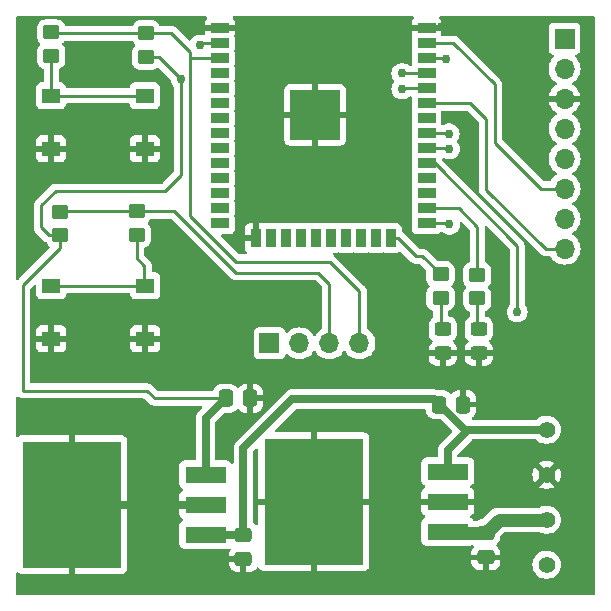
<source format=gtl>
%TF.GenerationSoftware,KiCad,Pcbnew,8.0.0*%
%TF.CreationDate,2024-12-15T14:54:56+05:30*%
%TF.ProjectId,RFID_1,52464944-5f31-42e6-9b69-6361645f7063,rev?*%
%TF.SameCoordinates,Original*%
%TF.FileFunction,Copper,L1,Top*%
%TF.FilePolarity,Positive*%
%FSLAX46Y46*%
G04 Gerber Fmt 4.6, Leading zero omitted, Abs format (unit mm)*
G04 Created by KiCad (PCBNEW 8.0.0) date 2024-12-15 14:54:56*
%MOMM*%
%LPD*%
G01*
G04 APERTURE LIST*
G04 Aperture macros list*
%AMRoundRect*
0 Rectangle with rounded corners*
0 $1 Rounding radius*
0 $2 $3 $4 $5 $6 $7 $8 $9 X,Y pos of 4 corners*
0 Add a 4 corners polygon primitive as box body*
4,1,4,$2,$3,$4,$5,$6,$7,$8,$9,$2,$3,0*
0 Add four circle primitives for the rounded corners*
1,1,$1+$1,$2,$3*
1,1,$1+$1,$4,$5*
1,1,$1+$1,$6,$7*
1,1,$1+$1,$8,$9*
0 Add four rect primitives between the rounded corners*
20,1,$1+$1,$2,$3,$4,$5,0*
20,1,$1+$1,$4,$5,$6,$7,0*
20,1,$1+$1,$6,$7,$8,$9,0*
20,1,$1+$1,$8,$9,$2,$3,0*%
G04 Aperture macros list end*
%TA.AperFunction,SMDPad,CuDef*%
%ADD10R,3.505200X1.397000*%
%TD*%
%TA.AperFunction,SMDPad,CuDef*%
%ADD11R,8.407400X10.718800*%
%TD*%
%TA.AperFunction,ComponentPad*%
%ADD12C,1.397000*%
%TD*%
%TA.AperFunction,SMDPad,CuDef*%
%ADD13RoundRect,0.250000X0.450000X-0.350000X0.450000X0.350000X-0.450000X0.350000X-0.450000X-0.350000X0*%
%TD*%
%TA.AperFunction,SMDPad,CuDef*%
%ADD14RoundRect,0.250000X-0.475000X0.337500X-0.475000X-0.337500X0.475000X-0.337500X0.475000X0.337500X0*%
%TD*%
%TA.AperFunction,SMDPad,CuDef*%
%ADD15RoundRect,0.250000X-0.450000X0.350000X-0.450000X-0.350000X0.450000X-0.350000X0.450000X0.350000X0*%
%TD*%
%TA.AperFunction,SMDPad,CuDef*%
%ADD16R,1.550000X1.300000*%
%TD*%
%TA.AperFunction,SMDPad,CuDef*%
%ADD17RoundRect,0.250000X-0.337500X-0.475000X0.337500X-0.475000X0.337500X0.475000X-0.337500X0.475000X0*%
%TD*%
%TA.AperFunction,SMDPad,CuDef*%
%ADD18RoundRect,0.250000X0.450000X-0.325000X0.450000X0.325000X-0.450000X0.325000X-0.450000X-0.325000X0*%
%TD*%
%TA.AperFunction,ComponentPad*%
%ADD19R,1.700000X1.700000*%
%TD*%
%TA.AperFunction,ComponentPad*%
%ADD20O,1.700000X1.700000*%
%TD*%
%TA.AperFunction,SMDPad,CuDef*%
%ADD21R,1.500000X0.900000*%
%TD*%
%TA.AperFunction,SMDPad,CuDef*%
%ADD22R,0.900000X1.500000*%
%TD*%
%TA.AperFunction,SMDPad,CuDef*%
%ADD23R,1.050000X1.050000*%
%TD*%
%TA.AperFunction,HeatsinkPad*%
%ADD24C,0.600000*%
%TD*%
%TA.AperFunction,SMDPad,CuDef*%
%ADD25R,4.200000X4.200000*%
%TD*%
%TA.AperFunction,ViaPad*%
%ADD26C,0.762000*%
%TD*%
%TA.AperFunction,Conductor*%
%ADD27C,0.635000*%
%TD*%
%TA.AperFunction,Conductor*%
%ADD28C,1.066800*%
%TD*%
%TA.AperFunction,Conductor*%
%ADD29C,0.254000*%
%TD*%
G04 APERTURE END LIST*
D10*
%TO.P,U3,1,INPUT*%
%TO.N,/12V*%
X164050300Y-121140000D03*
%TO.P,U3,2,GROUND*%
%TO.N,GND*%
X164050300Y-118600000D03*
%TO.P,U3,3,OUTPUT*%
%TO.N,/5V*%
X164050300Y-116060000D03*
D11*
%TO.P,U3,4,GROUND*%
%TO.N,GND*%
X152709200Y-118600000D03*
%TD*%
D12*
%TO.P,J3,4,Pin_4*%
%TO.N,Net-(J3-Pin_4)*%
X172421000Y-123944900D03*
%TO.P,J3,3,Pin_3*%
%TO.N,/12V*%
X172421000Y-120134900D03*
%TO.P,J3,2,Pin_2*%
%TO.N,GND*%
X172421000Y-116324900D03*
%TO.P,J3,1,Pin_1*%
%TO.N,/5V*%
X172421000Y-112514900D03*
%TD*%
D13*
%TO.P,R3,1*%
%TO.N,VDD*%
X131241800Y-96037400D03*
%TO.P,R3,2*%
%TO.N,/BOOT*%
X131241800Y-94037400D03*
%TD*%
D14*
%TO.P,C3,1*%
%TO.N,/12V*%
X167275000Y-121250000D03*
%TO.P,C3,2*%
%TO.N,GND*%
X167275000Y-123325000D03*
%TD*%
%TO.P,C4,1*%
%TO.N,/5V*%
X146750000Y-121400000D03*
%TO.P,C4,2*%
%TO.N,GND*%
X146750000Y-123475000D03*
%TD*%
D15*
%TO.P,R4,1*%
%TO.N,/BOOT*%
X137718800Y-94012000D03*
%TO.P,R4,2*%
%TO.N,Net-(R4-Pad2)*%
X137718800Y-96012000D03*
%TD*%
D16*
%TO.P,SW1,1,1*%
%TO.N,Net-(R2-Pad2)*%
X130454600Y-84222200D03*
X138404600Y-84222200D03*
%TO.P,SW1,2,2*%
%TO.N,GND*%
X130454600Y-88722200D03*
X138404600Y-88722200D03*
%TD*%
D15*
%TO.P,R2,1*%
%TO.N,/EN*%
X130479800Y-78873600D03*
%TO.P,R2,2*%
%TO.N,Net-(R2-Pad2)*%
X130479800Y-80873600D03*
%TD*%
D17*
%TO.P,C1,1*%
%TO.N,/5V*%
X163300000Y-110375000D03*
%TO.P,C1,2*%
%TO.N,GND*%
X165375000Y-110375000D03*
%TD*%
D18*
%TO.P,D4,1,K*%
%TO.N,GND*%
X166674800Y-106045000D03*
%TO.P,D4,2,A*%
%TO.N,Net-(D4-A)*%
X166674800Y-103995000D03*
%TD*%
D19*
%TO.P,J1,1,Pin_1*%
%TO.N,Net-(J1-Pin_1)*%
X148955600Y-105196800D03*
D20*
%TO.P,J1,2,Pin_2*%
%TO.N,Net-(J1-Pin_2)*%
X151495600Y-105196800D03*
%TO.P,J1,3,Pin_3*%
%TO.N,/BOOT*%
X154035600Y-105196800D03*
%TO.P,J1,4,Pin_4*%
%TO.N,/EN*%
X156575600Y-105196800D03*
%TD*%
D17*
%TO.P,C2,1*%
%TO.N,VDD*%
X145245000Y-109855000D03*
%TO.P,C2,2*%
%TO.N,GND*%
X147320000Y-109855000D03*
%TD*%
D21*
%TO.P,U1,1,GND*%
%TO.N,GND*%
X144755200Y-78511400D03*
%TO.P,U1,2,VDD*%
%TO.N,VDD*%
X144755200Y-79781400D03*
%TO.P,U1,3,EN*%
%TO.N,/EN*%
X144755200Y-81051400D03*
%TO.P,U1,4,SENSOR_VP*%
%TO.N,unconnected-(U1-SENSOR_VP-Pad4)*%
X144755200Y-82321400D03*
%TO.P,U1,5,SENSOR_VN*%
%TO.N,unconnected-(U1-SENSOR_VN-Pad5)*%
X144755200Y-83591400D03*
%TO.P,U1,6,IO34*%
%TO.N,unconnected-(U1-IO34-Pad6)*%
X144755200Y-84861400D03*
%TO.P,U1,7,IO35*%
%TO.N,unconnected-(U1-IO35-Pad7)*%
X144755200Y-86131400D03*
%TO.P,U1,8,IO32*%
%TO.N,unconnected-(U1-IO32-Pad8)*%
X144755200Y-87401400D03*
%TO.P,U1,9,IO33*%
%TO.N,unconnected-(U1-IO33-Pad9)*%
X144755200Y-88671400D03*
%TO.P,U1,10,IO25*%
%TO.N,unconnected-(U1-IO25-Pad10)*%
X144755200Y-89941400D03*
%TO.P,U1,11,IO26*%
%TO.N,unconnected-(U1-IO26-Pad11)*%
X144755200Y-91211400D03*
%TO.P,U1,12,IO27*%
%TO.N,unconnected-(U1-IO27-Pad12)*%
X144755200Y-92481400D03*
%TO.P,U1,13,IO14*%
%TO.N,unconnected-(U1-IO14-Pad13)*%
X144755200Y-93751400D03*
%TO.P,U1,14,IO12*%
%TO.N,unconnected-(U1-IO12-Pad14)*%
X144755200Y-95021400D03*
D22*
%TO.P,U1,15,GND*%
%TO.N,GND*%
X147795200Y-96271400D03*
%TO.P,U1,16,IO13*%
%TO.N,unconnected-(U1-IO13-Pad16)*%
X149065200Y-96271400D03*
%TO.P,U1,17,SHD/SD2*%
%TO.N,unconnected-(U1-SHD{slash}SD2-Pad17)*%
X150335200Y-96271400D03*
%TO.P,U1,18,SWP/SD3*%
%TO.N,unconnected-(U1-SWP{slash}SD3-Pad18)*%
X151605200Y-96271400D03*
%TO.P,U1,19,SCS/CMD*%
%TO.N,unconnected-(U1-SCS{slash}CMD-Pad19)*%
X152875200Y-96271400D03*
%TO.P,U1,20,SCK/CLK*%
%TO.N,unconnected-(U1-SCK{slash}CLK-Pad20)*%
X154145200Y-96271400D03*
%TO.P,U1,21,SDO/SD0*%
%TO.N,unconnected-(U1-SDO{slash}SD0-Pad21)*%
X155415200Y-96271400D03*
%TO.P,U1,22,SDI/SD1*%
%TO.N,unconnected-(U1-SDI{slash}SD1-Pad22)*%
X156685200Y-96271400D03*
%TO.P,U1,23,IO15*%
%TO.N,/Blue*%
X157955200Y-96271400D03*
%TO.P,U1,24,IO2*%
%TO.N,/Green*%
X159225200Y-96271400D03*
D21*
%TO.P,U1,25,IO0*%
%TO.N,/BOOT*%
X162255200Y-95021400D03*
%TO.P,U1,26,IO4*%
%TO.N,/RED*%
X162255200Y-93751400D03*
%TO.P,U1,27,IO16*%
%TO.N,unconnected-(U1-IO16-Pad27)*%
X162255200Y-92481400D03*
%TO.P,U1,28,IO17*%
%TO.N,unconnected-(U1-IO17-Pad28)*%
X162255200Y-91211400D03*
%TO.P,U1,29,IO5*%
%TO.N,Net-(J3-Pin_4)*%
X162255200Y-89941400D03*
%TO.P,U1,30,IO18*%
%TO.N,/SCK*%
X162255200Y-88671400D03*
%TO.P,U1,31,IO19*%
%TO.N,/MISO*%
X162255200Y-87401400D03*
%TO.P,U1,32,NC*%
%TO.N,unconnected-(U1-NC-Pad32)*%
X162255200Y-86131400D03*
%TO.P,U1,33,IO21*%
%TO.N,/SDA*%
X162255200Y-84861400D03*
%TO.P,U1,34,RXD0/IO3*%
%TO.N,Net-(J1-Pin_1)*%
X162255200Y-83591400D03*
%TO.P,U1,35,TXD0/IO1*%
%TO.N,Net-(J1-Pin_2)*%
X162255200Y-82321400D03*
%TO.P,U1,36,IO22*%
%TO.N,/RST*%
X162255200Y-81051400D03*
%TO.P,U1,37,IO23*%
%TO.N,/MOSI*%
X162255200Y-79781400D03*
%TO.P,U1,38,GND*%
%TO.N,GND*%
X162255200Y-78511400D03*
D23*
%TO.P,U1,39,GND*%
X151300200Y-84326400D03*
D24*
X151300200Y-85088900D03*
D23*
X151300200Y-85851400D03*
D24*
X151300200Y-86613900D03*
D23*
X151300200Y-87376400D03*
D24*
X152062700Y-84326400D03*
X152062700Y-85851400D03*
X152062700Y-87376400D03*
D23*
X152825200Y-84326400D03*
D24*
X152825200Y-85088900D03*
D23*
X152825200Y-85851400D03*
D25*
X152825200Y-85851400D03*
D24*
X152825200Y-86613900D03*
D23*
X152825200Y-87376400D03*
D24*
X153587700Y-84326400D03*
X153587700Y-85851400D03*
X153587700Y-87376400D03*
D23*
X154350200Y-84326400D03*
D24*
X154350200Y-85088900D03*
D23*
X154350200Y-85851400D03*
D24*
X154350200Y-86613900D03*
D23*
X154350200Y-87376400D03*
%TD*%
D16*
%TO.P,SW2,1,1*%
%TO.N,Net-(R4-Pad2)*%
X130492600Y-100315200D03*
X138442600Y-100315200D03*
%TO.P,SW2,2,2*%
%TO.N,GND*%
X130492600Y-104815200D03*
X138442600Y-104815200D03*
%TD*%
D10*
%TO.P,U2,1,INPUT*%
%TO.N,/5V*%
X143546100Y-121390000D03*
%TO.P,U2,2,GROUND*%
%TO.N,GND*%
X143546100Y-118850000D03*
%TO.P,U2,3,OUTPUT*%
%TO.N,VDD*%
X143546100Y-116310000D03*
D11*
%TO.P,U2,4,4*%
%TO.N,GND*%
X132205000Y-118850000D03*
%TD*%
D15*
%TO.P,R5,1*%
%TO.N,/Green*%
X163439600Y-99346400D03*
%TO.P,R5,2*%
%TO.N,Net-(D1-A)*%
X163439600Y-101346400D03*
%TD*%
D18*
%TO.P,D1,1,K*%
%TO.N,GND*%
X163634800Y-106045000D03*
%TO.P,D1,2,A*%
%TO.N,Net-(D1-A)*%
X163634800Y-103995000D03*
%TD*%
D13*
%TO.P,R1,1*%
%TO.N,VDD*%
X138506200Y-80949800D03*
%TO.P,R1,2*%
%TO.N,/EN*%
X138506200Y-78949800D03*
%TD*%
D19*
%TO.P,J2,1,Pin_1*%
%TO.N,VDD*%
X173939200Y-79400400D03*
D20*
%TO.P,J2,2,Pin_2*%
%TO.N,/RST*%
X173939200Y-81940400D03*
%TO.P,J2,3,Pin_3*%
%TO.N,GND*%
X173939200Y-84480400D03*
%TO.P,J2,4,Pin_4*%
%TO.N,/NC*%
X173939200Y-87020400D03*
%TO.P,J2,5,Pin_5*%
%TO.N,/MISO*%
X173939200Y-89560400D03*
%TO.P,J2,6,Pin_6*%
%TO.N,/MOSI*%
X173939200Y-92100400D03*
%TO.P,J2,7,Pin_7*%
%TO.N,/SCK*%
X173939200Y-94640400D03*
%TO.P,J2,8,Pin_8*%
%TO.N,/SDA*%
X173939200Y-97180400D03*
%TD*%
D15*
%TO.P,R8,1*%
%TO.N,/RED*%
X166538400Y-99397200D03*
%TO.P,R8,2*%
%TO.N,Net-(D4-A)*%
X166538400Y-101397200D03*
%TD*%
D26*
%TO.N,GND*%
X141900000Y-126075000D03*
X133930000Y-117220000D03*
X135200000Y-115950000D03*
X135200000Y-121030000D03*
X152115000Y-118440000D03*
X155925000Y-117170000D03*
X133930000Y-119760000D03*
X153385000Y-114630000D03*
X131390000Y-115950000D03*
X133930000Y-115950000D03*
X135200000Y-114680000D03*
X132660000Y-115950000D03*
X163830000Y-107950000D03*
X163500000Y-78450000D03*
X153385000Y-117170000D03*
X155925000Y-118440000D03*
X154655000Y-115900000D03*
X130120000Y-119760000D03*
X131390000Y-114680000D03*
X130120000Y-114680000D03*
X150845000Y-122250000D03*
X150845000Y-120980000D03*
X150845000Y-115900000D03*
X154655000Y-117170000D03*
X155925000Y-114630000D03*
X155925000Y-119710000D03*
X132660000Y-114680000D03*
X130120000Y-115950000D03*
X153385000Y-118440000D03*
X154655000Y-120980000D03*
X153385000Y-120980000D03*
X154655000Y-114630000D03*
X132660000Y-121030000D03*
X135200000Y-118490000D03*
X154655000Y-118440000D03*
X154655000Y-122250000D03*
X131390000Y-119760000D03*
X128850000Y-119760000D03*
X135200000Y-119760000D03*
X152115000Y-122250000D03*
X128850000Y-114680000D03*
X133930000Y-122300000D03*
X128850000Y-118490000D03*
X128850000Y-122300000D03*
X150845000Y-119710000D03*
X155925000Y-120980000D03*
X128850000Y-121030000D03*
X166370000Y-107950000D03*
X150845000Y-114630000D03*
X135200000Y-122300000D03*
X133930000Y-118490000D03*
X155925000Y-122250000D03*
X128850000Y-117220000D03*
X130120000Y-118490000D03*
X152115000Y-120980000D03*
X143075000Y-78600000D03*
X150845000Y-117170000D03*
X152115000Y-119710000D03*
X133930000Y-121030000D03*
X149575000Y-119710000D03*
X133930000Y-114680000D03*
X149575000Y-122250000D03*
X132660000Y-117220000D03*
X131390000Y-121030000D03*
X132660000Y-122300000D03*
X150845000Y-118440000D03*
X154655000Y-119710000D03*
X130120000Y-122300000D03*
X149575000Y-114630000D03*
X130120000Y-121030000D03*
X149575000Y-120980000D03*
X135200000Y-117220000D03*
X153385000Y-122250000D03*
X171450000Y-84575000D03*
X149575000Y-118440000D03*
X149575000Y-115900000D03*
X152115000Y-117170000D03*
X155925000Y-115900000D03*
X131390000Y-118490000D03*
X153385000Y-115900000D03*
X153385000Y-119710000D03*
X128850000Y-115950000D03*
X132660000Y-118490000D03*
X130120000Y-117220000D03*
X149575000Y-117170000D03*
X152115000Y-115900000D03*
X132660000Y-119760000D03*
X131390000Y-122300000D03*
X131390000Y-117220000D03*
X152115000Y-114630000D03*
%TO.N,VDD*%
X143052800Y-79959200D03*
X141478000Y-82854800D03*
%TO.N,Net-(J1-Pin_2)*%
X160172400Y-82346800D03*
%TO.N,Net-(J1-Pin_1)*%
X160172400Y-83667600D03*
%TO.N,/BOOT*%
X164185600Y-95123000D03*
%TO.N,/SCK*%
X164185600Y-88747600D03*
%TO.N,/MISO*%
X164160200Y-87452200D03*
%TO.N,/RST*%
X163900000Y-81125000D03*
%TO.N,Net-(J3-Pin_4)*%
X169925000Y-102525000D03*
%TD*%
D27*
%TO.N,GND*%
X135560000Y-118850000D02*
X143546100Y-118850000D01*
X135200000Y-118490000D02*
X135560000Y-118850000D01*
%TO.N,VDD*%
X143546100Y-111553900D02*
X145245000Y-109855000D01*
X143546100Y-116310000D02*
X143546100Y-111553900D01*
%TO.N,/5V*%
X143556100Y-121400000D02*
X143546100Y-121390000D01*
X146750000Y-121400000D02*
X143556100Y-121400000D01*
X146750000Y-114050000D02*
X146750000Y-121400000D01*
X150877500Y-109922500D02*
X146750000Y-114050000D01*
X162847500Y-109922500D02*
X150877500Y-109922500D01*
X163300000Y-110375000D02*
X162847500Y-109922500D01*
X164050300Y-114239600D02*
X165775000Y-112514900D01*
X165775000Y-112514900D02*
X165533696Y-112514900D01*
X172421000Y-112514900D02*
X165775000Y-112514900D01*
X164050300Y-116060000D02*
X164050300Y-114239600D01*
X163393796Y-110375000D02*
X163300000Y-110375000D01*
X165533696Y-112514900D02*
X163393796Y-110375000D01*
D28*
%TO.N,/12V*%
X164160300Y-121250000D02*
X164050300Y-121140000D01*
X167275000Y-121250000D02*
X164160300Y-121250000D01*
X168390100Y-120134900D02*
X167275000Y-121250000D01*
X172421000Y-120134900D02*
X168390100Y-120134900D01*
D29*
%TO.N,GND*%
X163634800Y-106045000D02*
X163634800Y-107754800D01*
X166674800Y-107645200D02*
X166370000Y-107950000D01*
X143163600Y-78511400D02*
X143075000Y-78600000D01*
X163438600Y-78511400D02*
X162255200Y-78511400D01*
X163467600Y-106212200D02*
X163634800Y-106045000D01*
X166674800Y-106045000D02*
X166674800Y-107645200D01*
X144755200Y-78511400D02*
X143163600Y-78511400D01*
X163500000Y-78450000D02*
X163438600Y-78511400D01*
X163634800Y-107754800D02*
X163830000Y-107950000D01*
%TO.N,VDD*%
X140125000Y-92300000D02*
X130850000Y-92300000D01*
X139573000Y-80949800D02*
X138506200Y-80949800D01*
X141478000Y-90947000D02*
X140125000Y-92300000D01*
X129625000Y-95375000D02*
X130287400Y-96037400D01*
X138595100Y-109220000D02*
X128092200Y-109220000D01*
X141478000Y-82854800D02*
X141478000Y-90947000D01*
X128092200Y-100282800D02*
X131241800Y-97133200D01*
X130850000Y-92300000D02*
X129625000Y-93525000D01*
X131241800Y-97133200D02*
X131241800Y-96037400D01*
X144755200Y-79781400D02*
X143230600Y-79781400D01*
X141478000Y-82854800D02*
X139573000Y-80949800D01*
X139230100Y-109855000D02*
X138595100Y-109220000D01*
X145245000Y-109855000D02*
X139230100Y-109855000D01*
X130287400Y-96037400D02*
X131241800Y-96037400D01*
X128092200Y-109220000D02*
X128092200Y-100282800D01*
X129625000Y-93525000D02*
X129625000Y-95375000D01*
X143230600Y-79781400D02*
X143052800Y-79959200D01*
D28*
%TO.N,/12V*%
X167261600Y-121115000D02*
X167192600Y-121046000D01*
D29*
%TO.N,Net-(D1-A)*%
X163439600Y-101346400D02*
X163439600Y-103799800D01*
X163439600Y-103799800D02*
X163634800Y-103995000D01*
%TO.N,Net-(D4-A)*%
X166538400Y-101397200D02*
X166538400Y-103858600D01*
X166538400Y-103858600D02*
X166674800Y-103995000D01*
%TO.N,/EN*%
X142240000Y-94411800D02*
X146100800Y-98272600D01*
X154047600Y-98272600D02*
X156575600Y-100800600D01*
X142240000Y-80540000D02*
X140649800Y-78949800D01*
X138506200Y-78949800D02*
X130556000Y-78949800D01*
X142240000Y-81051400D02*
X142240000Y-81889600D01*
X130556000Y-78949800D02*
X130479800Y-78873600D01*
X156575600Y-100800600D02*
X156575600Y-105196800D01*
X142240000Y-81889600D02*
X142240000Y-94411800D01*
X146100800Y-98272600D02*
X154047600Y-98272600D01*
X142240000Y-81889600D02*
X142240000Y-80540000D01*
X144755200Y-81051400D02*
X142240000Y-81051400D01*
X140649800Y-78949800D02*
X138506200Y-78949800D01*
%TO.N,Net-(J1-Pin_2)*%
X162255200Y-82321400D02*
X160197800Y-82321400D01*
X160197800Y-82321400D02*
X160172400Y-82346800D01*
%TO.N,Net-(J1-Pin_1)*%
X162255200Y-83591400D02*
X160248600Y-83591400D01*
X160248600Y-83591400D02*
X160172400Y-83667600D01*
%TO.N,/BOOT*%
X153100000Y-99200000D02*
X154035600Y-100135600D01*
X146100000Y-99200000D02*
X153100000Y-99200000D01*
X131267200Y-94012000D02*
X131241800Y-94037400D01*
X162255200Y-95021400D02*
X164084000Y-95021400D01*
X154035600Y-100135600D02*
X154035600Y-105196800D01*
X140912000Y-94012000D02*
X146100000Y-99200000D01*
X137718800Y-94012000D02*
X140912000Y-94012000D01*
X137718800Y-94012000D02*
X131267200Y-94012000D01*
X164084000Y-95021400D02*
X164185600Y-95123000D01*
%TO.N,/SDA*%
X167325000Y-86225000D02*
X167325000Y-92175000D01*
X162255200Y-84861400D02*
X165961400Y-84861400D01*
X165961400Y-84861400D02*
X167325000Y-86225000D01*
X172330400Y-97180400D02*
X173939200Y-97180400D01*
X167325000Y-92175000D02*
X172330400Y-97180400D01*
%TO.N,/SCK*%
X162255200Y-88671400D02*
X164109400Y-88671400D01*
X164109400Y-88671400D02*
X164185600Y-88747600D01*
%TO.N,/MISO*%
X162255200Y-87401400D02*
X164109400Y-87401400D01*
X164109400Y-87401400D02*
X164160200Y-87452200D01*
%TO.N,/MOSI*%
X168025000Y-88200000D02*
X171925400Y-92100400D01*
X164531400Y-79781400D02*
X168025000Y-83275000D01*
X171925400Y-92100400D02*
X173939200Y-92100400D01*
X162255200Y-79781400D02*
X164531400Y-79781400D01*
X168025000Y-83275000D02*
X168025000Y-88200000D01*
%TO.N,/RST*%
X163826400Y-81051400D02*
X163900000Y-81125000D01*
X162255200Y-81051400D02*
X163826400Y-81051400D01*
%TO.N,Net-(J3-Pin_4)*%
X162255200Y-89941400D02*
X162947200Y-89941400D01*
X169925000Y-96919200D02*
X169925000Y-102525000D01*
X162947200Y-89941400D02*
X169925000Y-96919200D01*
%TO.N,Net-(R2-Pad2)*%
X130479800Y-84197000D02*
X130454600Y-84222200D01*
X130454600Y-84222200D02*
X138404600Y-84222200D01*
X130479800Y-80873600D02*
X130479800Y-84197000D01*
%TO.N,Net-(R4-Pad2)*%
X138375000Y-100247600D02*
X138442600Y-100315200D01*
X137718800Y-97993800D02*
X138375000Y-98650000D01*
X138375000Y-98650000D02*
X138375000Y-100247600D01*
X137718800Y-96012000D02*
X137718800Y-97993800D01*
X138442600Y-100315200D02*
X130492600Y-100315200D01*
%TO.N,/Green*%
X159822200Y-96271400D02*
X161366200Y-97815400D01*
X161366200Y-97815400D02*
X161908600Y-97815400D01*
X159225200Y-96271400D02*
X159822200Y-96271400D01*
X161908600Y-97815400D02*
X163439600Y-99346400D01*
%TO.N,/RED*%
X162255200Y-93751400D02*
X164973000Y-93751400D01*
X164973000Y-93751400D02*
X166538400Y-95316800D01*
X166538400Y-95316800D02*
X166538400Y-99397200D01*
%TD*%
%TA.AperFunction,Conductor*%
%TO.N,GND*%
G36*
X143619751Y-77520285D02*
G01*
X143665506Y-77573089D01*
X143675450Y-77642247D01*
X143651978Y-77698911D01*
X143561849Y-77819306D01*
X143561845Y-77819313D01*
X143511603Y-77954020D01*
X143511601Y-77954027D01*
X143505200Y-78013555D01*
X143505200Y-78261400D01*
X146005200Y-78261400D01*
X146005200Y-78013572D01*
X146005199Y-78013555D01*
X145998798Y-77954027D01*
X145998796Y-77954020D01*
X145948554Y-77819313D01*
X145948550Y-77819306D01*
X145858422Y-77698911D01*
X145834004Y-77633447D01*
X145848855Y-77565174D01*
X145898260Y-77515768D01*
X145957688Y-77500600D01*
X161052712Y-77500600D01*
X161119751Y-77520285D01*
X161165506Y-77573089D01*
X161175450Y-77642247D01*
X161151978Y-77698911D01*
X161061849Y-77819306D01*
X161061845Y-77819313D01*
X161011603Y-77954020D01*
X161011601Y-77954027D01*
X161005200Y-78013555D01*
X161005200Y-78261400D01*
X163505200Y-78261400D01*
X163505200Y-78013572D01*
X163505199Y-78013555D01*
X163498798Y-77954027D01*
X163498796Y-77954020D01*
X163448554Y-77819313D01*
X163448550Y-77819306D01*
X163358422Y-77698911D01*
X163334004Y-77633447D01*
X163348855Y-77565174D01*
X163398260Y-77515768D01*
X163457688Y-77500600D01*
X176375400Y-77500600D01*
X176442439Y-77520285D01*
X176488194Y-77573089D01*
X176499400Y-77624600D01*
X176499400Y-126375500D01*
X176479715Y-126442539D01*
X176426911Y-126488294D01*
X176375400Y-126499500D01*
X127624500Y-126499500D01*
X127557461Y-126479815D01*
X127511706Y-126427011D01*
X127500500Y-126375500D01*
X127500500Y-124706804D01*
X127520185Y-124639765D01*
X127572989Y-124594010D01*
X127642147Y-124584066D01*
X127698811Y-124607538D01*
X127759206Y-124652750D01*
X127759213Y-124652754D01*
X127893920Y-124702996D01*
X127893927Y-124702998D01*
X127953455Y-124709399D01*
X127953472Y-124709400D01*
X131955000Y-124709400D01*
X131955000Y-119100000D01*
X132455000Y-119100000D01*
X132455000Y-124709400D01*
X136456528Y-124709400D01*
X136456544Y-124709399D01*
X136516072Y-124702998D01*
X136516079Y-124702996D01*
X136650786Y-124652754D01*
X136650793Y-124652750D01*
X136765887Y-124566590D01*
X136765890Y-124566587D01*
X136852050Y-124451493D01*
X136852054Y-124451486D01*
X136902296Y-124316779D01*
X136902298Y-124316772D01*
X136908699Y-124257244D01*
X136908700Y-124257227D01*
X136908700Y-123725000D01*
X145525001Y-123725000D01*
X145525001Y-123862486D01*
X145535494Y-123965197D01*
X145590641Y-124131619D01*
X145590643Y-124131624D01*
X145682684Y-124280845D01*
X145806654Y-124404815D01*
X145955875Y-124496856D01*
X145955880Y-124496858D01*
X146122302Y-124552005D01*
X146122309Y-124552006D01*
X146225019Y-124562499D01*
X146499999Y-124562499D01*
X146500000Y-124562498D01*
X146500000Y-123725000D01*
X145525001Y-123725000D01*
X136908700Y-123725000D01*
X136908700Y-119100000D01*
X132455000Y-119100000D01*
X131955000Y-119100000D01*
X131955000Y-112990600D01*
X132455000Y-112990600D01*
X132455000Y-118600000D01*
X136908700Y-118600000D01*
X136908700Y-113442772D01*
X136908699Y-113442755D01*
X136902298Y-113383227D01*
X136902296Y-113383220D01*
X136852054Y-113248513D01*
X136852050Y-113248506D01*
X136765890Y-113133412D01*
X136765887Y-113133409D01*
X136650793Y-113047249D01*
X136650786Y-113047245D01*
X136516079Y-112997003D01*
X136516072Y-112997001D01*
X136456544Y-112990600D01*
X132455000Y-112990600D01*
X131955000Y-112990600D01*
X127953455Y-112990600D01*
X127893927Y-112997001D01*
X127893920Y-112997003D01*
X127759213Y-113047245D01*
X127759210Y-113047247D01*
X127698811Y-113092462D01*
X127633346Y-113116879D01*
X127565073Y-113102027D01*
X127515668Y-113052622D01*
X127500500Y-112993195D01*
X127500500Y-109811314D01*
X127520185Y-109744275D01*
X127572989Y-109698520D01*
X127642147Y-109688576D01*
X127693391Y-109708212D01*
X127794960Y-109776079D01*
X127794973Y-109776086D01*
X127909160Y-109823383D01*
X127909165Y-109823385D01*
X127909169Y-109823385D01*
X127909170Y-109823386D01*
X128030394Y-109847500D01*
X128030397Y-109847500D01*
X128154003Y-109847500D01*
X138283819Y-109847500D01*
X138350858Y-109867185D01*
X138371500Y-109883819D01*
X138742689Y-110255008D01*
X138830092Y-110342411D01*
X138830094Y-110342413D01*
X138830096Y-110342414D01*
X138932856Y-110411076D01*
X138932858Y-110411077D01*
X138932867Y-110411083D01*
X138957872Y-110421440D01*
X138980171Y-110430677D01*
X139022354Y-110448149D01*
X139047066Y-110458386D01*
X139168292Y-110482499D01*
X139168296Y-110482500D01*
X139168297Y-110482500D01*
X143161311Y-110482500D01*
X143228350Y-110502185D01*
X143274105Y-110554989D01*
X143284049Y-110624147D01*
X143255024Y-110687703D01*
X143248992Y-110694181D01*
X142910720Y-111032451D01*
X142910717Y-111032455D01*
X142821200Y-111166425D01*
X142821193Y-111166438D01*
X142759536Y-111315293D01*
X142759533Y-111315305D01*
X142728100Y-111473329D01*
X142728100Y-114987000D01*
X142708415Y-115054039D01*
X142655611Y-115099794D01*
X142604100Y-115111000D01*
X141745629Y-115111000D01*
X141745623Y-115111001D01*
X141686016Y-115117408D01*
X141551171Y-115167702D01*
X141551164Y-115167706D01*
X141435955Y-115253952D01*
X141435952Y-115253955D01*
X141349706Y-115369164D01*
X141349702Y-115369171D01*
X141299408Y-115504017D01*
X141293001Y-115563616D01*
X141293000Y-115563635D01*
X141293000Y-117056370D01*
X141293001Y-117056376D01*
X141299408Y-117115983D01*
X141349702Y-117250828D01*
X141349706Y-117250835D01*
X141435952Y-117366044D01*
X141435955Y-117366047D01*
X141551164Y-117452293D01*
X141551173Y-117452298D01*
X141582773Y-117464084D01*
X141638707Y-117505954D01*
X141663125Y-117571419D01*
X141648274Y-117639692D01*
X141598869Y-117689098D01*
X141582776Y-117696447D01*
X141551416Y-117708144D01*
X141551406Y-117708149D01*
X141436312Y-117794309D01*
X141436309Y-117794312D01*
X141350149Y-117909406D01*
X141350145Y-117909413D01*
X141299903Y-118044120D01*
X141299901Y-118044127D01*
X141293500Y-118103655D01*
X141293500Y-118600000D01*
X143672100Y-118600000D01*
X143739139Y-118619685D01*
X143784894Y-118672489D01*
X143796100Y-118724000D01*
X143796100Y-118976000D01*
X143776415Y-119043039D01*
X143723611Y-119088794D01*
X143672100Y-119100000D01*
X141293500Y-119100000D01*
X141293500Y-119596344D01*
X141299901Y-119655872D01*
X141299903Y-119655879D01*
X141350145Y-119790586D01*
X141350149Y-119790593D01*
X141436309Y-119905687D01*
X141436312Y-119905690D01*
X141551406Y-119991850D01*
X141551413Y-119991854D01*
X141582774Y-120003551D01*
X141638708Y-120045422D01*
X141663125Y-120110886D01*
X141648274Y-120179159D01*
X141598869Y-120228565D01*
X141582776Y-120235914D01*
X141551174Y-120247701D01*
X141551164Y-120247706D01*
X141435955Y-120333952D01*
X141435952Y-120333955D01*
X141349706Y-120449164D01*
X141349702Y-120449171D01*
X141299408Y-120584017D01*
X141293001Y-120643616D01*
X141293000Y-120643635D01*
X141293000Y-122136370D01*
X141293001Y-122136376D01*
X141299408Y-122195983D01*
X141349702Y-122330828D01*
X141349706Y-122330835D01*
X141435952Y-122446044D01*
X141435955Y-122446047D01*
X141551164Y-122532293D01*
X141551171Y-122532297D01*
X141686017Y-122582591D01*
X141686016Y-122582591D01*
X141692944Y-122583335D01*
X141745627Y-122589000D01*
X145346572Y-122588999D01*
X145406183Y-122582591D01*
X145496071Y-122549064D01*
X145565760Y-122544081D01*
X145627083Y-122577565D01*
X145660568Y-122638888D01*
X145655584Y-122708580D01*
X145644941Y-122730343D01*
X145590646Y-122818371D01*
X145590641Y-122818380D01*
X145535494Y-122984802D01*
X145535493Y-122984809D01*
X145525000Y-123087513D01*
X145525000Y-123225000D01*
X146876000Y-123225000D01*
X146943039Y-123244685D01*
X146988794Y-123297489D01*
X147000000Y-123349000D01*
X147000000Y-124562499D01*
X147274972Y-124562499D01*
X147274986Y-124562498D01*
X147377697Y-124552005D01*
X147544119Y-124496858D01*
X147544124Y-124496856D01*
X147693345Y-124404815D01*
X147817317Y-124280843D01*
X147859116Y-124213076D01*
X147911063Y-124166351D01*
X147980026Y-124155128D01*
X148044108Y-124182971D01*
X148063921Y-124203860D01*
X148148312Y-124316590D01*
X148263406Y-124402750D01*
X148263413Y-124402754D01*
X148398120Y-124452996D01*
X148398127Y-124452998D01*
X148457655Y-124459399D01*
X148457672Y-124459400D01*
X152459200Y-124459400D01*
X152459200Y-118850000D01*
X152959200Y-118850000D01*
X152959200Y-124459400D01*
X156960728Y-124459400D01*
X156960744Y-124459399D01*
X157020272Y-124452998D01*
X157020279Y-124452996D01*
X157154986Y-124402754D01*
X157154993Y-124402750D01*
X157270087Y-124316590D01*
X157270090Y-124316587D01*
X157356250Y-124201493D01*
X157356254Y-124201486D01*
X157406496Y-124066779D01*
X157406498Y-124066772D01*
X157412899Y-124007244D01*
X157412900Y-124007227D01*
X157412900Y-123575000D01*
X166050001Y-123575000D01*
X166050001Y-123712486D01*
X166060494Y-123815197D01*
X166115641Y-123981619D01*
X166115643Y-123981624D01*
X166207684Y-124130845D01*
X166331654Y-124254815D01*
X166480875Y-124346856D01*
X166480880Y-124346858D01*
X166647302Y-124402005D01*
X166647309Y-124402006D01*
X166750019Y-124412499D01*
X167024999Y-124412499D01*
X167025000Y-124412498D01*
X167025000Y-123575000D01*
X167525000Y-123575000D01*
X167525000Y-124412499D01*
X167799972Y-124412499D01*
X167799986Y-124412498D01*
X167902697Y-124402005D01*
X168069119Y-124346858D01*
X168069124Y-124346856D01*
X168218345Y-124254815D01*
X168342315Y-124130845D01*
X168434356Y-123981624D01*
X168434358Y-123981619D01*
X168446526Y-123944900D01*
X171216863Y-123944900D01*
X171237365Y-124166159D01*
X171237366Y-124166161D01*
X171298174Y-124379879D01*
X171298180Y-124379894D01*
X171397222Y-124578796D01*
X171531133Y-124756124D01*
X171695344Y-124905821D01*
X171695346Y-124905823D01*
X171884266Y-125022797D01*
X171884272Y-125022800D01*
X171913206Y-125034009D01*
X172091472Y-125103070D01*
X172309896Y-125143900D01*
X172309899Y-125143900D01*
X172532101Y-125143900D01*
X172532104Y-125143900D01*
X172750528Y-125103070D01*
X172957730Y-125022799D01*
X173146655Y-124905822D01*
X173310868Y-124756122D01*
X173444778Y-124578796D01*
X173543824Y-124379884D01*
X173604634Y-124166160D01*
X173625137Y-123944900D01*
X173604634Y-123723640D01*
X173543824Y-123509916D01*
X173444778Y-123311004D01*
X173310868Y-123133678D01*
X173310866Y-123133675D01*
X173146655Y-122983978D01*
X173146653Y-122983976D01*
X172957733Y-122867002D01*
X172957727Y-122866999D01*
X172850080Y-122825297D01*
X172750528Y-122786730D01*
X172532104Y-122745900D01*
X172309896Y-122745900D01*
X172091472Y-122786730D01*
X172041695Y-122806013D01*
X171884272Y-122866999D01*
X171884266Y-122867002D01*
X171695346Y-122983976D01*
X171695344Y-122983978D01*
X171531133Y-123133675D01*
X171397222Y-123311003D01*
X171298180Y-123509905D01*
X171298174Y-123509920D01*
X171237366Y-123723638D01*
X171237365Y-123723640D01*
X171216863Y-123944899D01*
X171216863Y-123944900D01*
X168446526Y-123944900D01*
X168489505Y-123815197D01*
X168489506Y-123815190D01*
X168499999Y-123712486D01*
X168500000Y-123712473D01*
X168500000Y-123575000D01*
X167525000Y-123575000D01*
X167025000Y-123575000D01*
X166050001Y-123575000D01*
X157412900Y-123575000D01*
X157412900Y-121886370D01*
X161797200Y-121886370D01*
X161797201Y-121886376D01*
X161803608Y-121945983D01*
X161853902Y-122080828D01*
X161853906Y-122080835D01*
X161940152Y-122196044D01*
X161940155Y-122196047D01*
X162055364Y-122282293D01*
X162055371Y-122282297D01*
X162190217Y-122332591D01*
X162190216Y-122332591D01*
X162197144Y-122333335D01*
X162249827Y-122339000D01*
X165850772Y-122338999D01*
X165910383Y-122332591D01*
X166019969Y-122291718D01*
X166063302Y-122283900D01*
X166143577Y-122283900D01*
X166210616Y-122303585D01*
X166256371Y-122356389D01*
X166266315Y-122425547D01*
X166237290Y-122489103D01*
X166231258Y-122495581D01*
X166207684Y-122519154D01*
X166115643Y-122668375D01*
X166115641Y-122668380D01*
X166060494Y-122834802D01*
X166060493Y-122834809D01*
X166050000Y-122937513D01*
X166050000Y-123075000D01*
X168499999Y-123075000D01*
X168499999Y-122937528D01*
X168499998Y-122937513D01*
X168489505Y-122834802D01*
X168434358Y-122668380D01*
X168434356Y-122668375D01*
X168342315Y-122519154D01*
X168218344Y-122395183D01*
X168218341Y-122395181D01*
X168215339Y-122393329D01*
X168213713Y-122391521D01*
X168212677Y-122390702D01*
X168212817Y-122390524D01*
X168168617Y-122341380D01*
X168157397Y-122272417D01*
X168185243Y-122208336D01*
X168215344Y-122182254D01*
X168218656Y-122180212D01*
X168342712Y-122056156D01*
X168434814Y-121906834D01*
X168489999Y-121740297D01*
X168500500Y-121637509D01*
X168500499Y-121538016D01*
X168520183Y-121470979D01*
X168536812Y-121450341D01*
X168782038Y-121205118D01*
X168843362Y-121171634D01*
X168869719Y-121168800D01*
X171777928Y-121168800D01*
X171843205Y-121187373D01*
X171884266Y-121212797D01*
X171884272Y-121212800D01*
X171913206Y-121224009D01*
X172091472Y-121293070D01*
X172309896Y-121333900D01*
X172309899Y-121333900D01*
X172532101Y-121333900D01*
X172532104Y-121333900D01*
X172750528Y-121293070D01*
X172957730Y-121212799D01*
X173146655Y-121095822D01*
X173310868Y-120946122D01*
X173444778Y-120768796D01*
X173543824Y-120569884D01*
X173604634Y-120356160D01*
X173625137Y-120134900D01*
X173612423Y-119997701D01*
X173604634Y-119913640D01*
X173604633Y-119913638D01*
X173582286Y-119835098D01*
X173543824Y-119699916D01*
X173521896Y-119655879D01*
X173464487Y-119540586D01*
X173444778Y-119501004D01*
X173317016Y-119331819D01*
X173310866Y-119323675D01*
X173146655Y-119173978D01*
X173146653Y-119173976D01*
X172957733Y-119057002D01*
X172957727Y-119056999D01*
X172850080Y-119015297D01*
X172750528Y-118976730D01*
X172532104Y-118935900D01*
X172309896Y-118935900D01*
X172091472Y-118976730D01*
X172041695Y-118996013D01*
X171884272Y-119056999D01*
X171884266Y-119057002D01*
X171843205Y-119082427D01*
X171777928Y-119101000D01*
X168498065Y-119101000D01*
X168498045Y-119100999D01*
X168491931Y-119100999D01*
X168288270Y-119100999D01*
X168288268Y-119100999D01*
X168088527Y-119140730D01*
X168088517Y-119140733D01*
X167900371Y-119218665D01*
X167900358Y-119218672D01*
X167731027Y-119331816D01*
X167731023Y-119331819D01*
X167067403Y-119995440D01*
X167006080Y-120028925D01*
X167003913Y-120029376D01*
X166891029Y-120051830D01*
X166891017Y-120051833D01*
X166702866Y-120129767D01*
X166644708Y-120168626D01*
X166614827Y-120183227D01*
X166534626Y-120209805D01*
X166495619Y-120216100D01*
X166321440Y-120216100D01*
X166254401Y-120196415D01*
X166222174Y-120166411D01*
X166160447Y-120083955D01*
X166160444Y-120083952D01*
X166045235Y-119997706D01*
X166045230Y-119997703D01*
X166013624Y-119985915D01*
X165957691Y-119944043D01*
X165933274Y-119878579D01*
X165948126Y-119810306D01*
X165997531Y-119760901D01*
X166013626Y-119753551D01*
X166044984Y-119741855D01*
X166044993Y-119741850D01*
X166160087Y-119655690D01*
X166160090Y-119655687D01*
X166246250Y-119540593D01*
X166246254Y-119540586D01*
X166296496Y-119405879D01*
X166296498Y-119405872D01*
X166302899Y-119346344D01*
X166302900Y-119346327D01*
X166302900Y-118850000D01*
X161797700Y-118850000D01*
X161797700Y-119346344D01*
X161804101Y-119405872D01*
X161804103Y-119405879D01*
X161854345Y-119540586D01*
X161854349Y-119540593D01*
X161940509Y-119655687D01*
X161940512Y-119655690D01*
X162055606Y-119741850D01*
X162055613Y-119741854D01*
X162086974Y-119753551D01*
X162142908Y-119795422D01*
X162167325Y-119860886D01*
X162152474Y-119929159D01*
X162103069Y-119978565D01*
X162086976Y-119985914D01*
X162055374Y-119997701D01*
X162055364Y-119997706D01*
X161940155Y-120083952D01*
X161940152Y-120083955D01*
X161853906Y-120199164D01*
X161853902Y-120199171D01*
X161803608Y-120334017D01*
X161797201Y-120393616D01*
X161797200Y-120393635D01*
X161797200Y-121886370D01*
X157412900Y-121886370D01*
X157412900Y-118850000D01*
X152959200Y-118850000D01*
X152459200Y-118850000D01*
X148005500Y-118850000D01*
X148005500Y-120482270D01*
X147985815Y-120549309D01*
X147933011Y-120595064D01*
X147863853Y-120605008D01*
X147800297Y-120575983D01*
X147793819Y-120569951D01*
X147693655Y-120469787D01*
X147626902Y-120428613D01*
X147580178Y-120376665D01*
X147568000Y-120323075D01*
X147568000Y-114440189D01*
X147587685Y-114373150D01*
X147604319Y-114352508D01*
X147793819Y-114163008D01*
X147855142Y-114129523D01*
X147924834Y-114134507D01*
X147980767Y-114176379D01*
X148005184Y-114241843D01*
X148005500Y-114250689D01*
X148005500Y-118350000D01*
X152459200Y-118350000D01*
X152459200Y-112740600D01*
X152959200Y-112740600D01*
X152959200Y-118350000D01*
X157412900Y-118350000D01*
X157412900Y-113192772D01*
X157412899Y-113192755D01*
X157406498Y-113133227D01*
X157406496Y-113133220D01*
X157356254Y-112998513D01*
X157356250Y-112998506D01*
X157270090Y-112883412D01*
X157270087Y-112883409D01*
X157154993Y-112797249D01*
X157154986Y-112797245D01*
X157020279Y-112747003D01*
X157020272Y-112747001D01*
X156960744Y-112740600D01*
X152959200Y-112740600D01*
X152459200Y-112740600D01*
X149515589Y-112740600D01*
X149448550Y-112720915D01*
X149402795Y-112668111D01*
X149392851Y-112598953D01*
X149421876Y-112535397D01*
X149427908Y-112528919D01*
X151180008Y-110776819D01*
X151241331Y-110743334D01*
X151267689Y-110740500D01*
X162088001Y-110740500D01*
X162155040Y-110760185D01*
X162200795Y-110812989D01*
X162212001Y-110864500D01*
X162212001Y-110900018D01*
X162222500Y-111002796D01*
X162222501Y-111002799D01*
X162248249Y-111080499D01*
X162277686Y-111169334D01*
X162369788Y-111318656D01*
X162493844Y-111442712D01*
X162643166Y-111534814D01*
X162809703Y-111589999D01*
X162912491Y-111600500D01*
X163411106Y-111600499D01*
X163478145Y-111620183D01*
X163498787Y-111636818D01*
X164409839Y-112547870D01*
X164443324Y-112609193D01*
X164438340Y-112678885D01*
X164409839Y-112723232D01*
X163414920Y-113718151D01*
X163414917Y-113718155D01*
X163325400Y-113852125D01*
X163325393Y-113852138D01*
X163263736Y-114000993D01*
X163263733Y-114001005D01*
X163232300Y-114159029D01*
X163232300Y-114737000D01*
X163212615Y-114804039D01*
X163159811Y-114849794D01*
X163108300Y-114861000D01*
X162249829Y-114861000D01*
X162249823Y-114861001D01*
X162190216Y-114867408D01*
X162055371Y-114917702D01*
X162055364Y-114917706D01*
X161940155Y-115003952D01*
X161940152Y-115003955D01*
X161853906Y-115119164D01*
X161853902Y-115119171D01*
X161803608Y-115254017D01*
X161797201Y-115313616D01*
X161797201Y-115313623D01*
X161797200Y-115313635D01*
X161797200Y-116806370D01*
X161797201Y-116806376D01*
X161803608Y-116865983D01*
X161853902Y-117000828D01*
X161853906Y-117000835D01*
X161940152Y-117116044D01*
X161940155Y-117116047D01*
X162055364Y-117202293D01*
X162055373Y-117202298D01*
X162086973Y-117214084D01*
X162142907Y-117255954D01*
X162167325Y-117321419D01*
X162152474Y-117389692D01*
X162103069Y-117439098D01*
X162086976Y-117446447D01*
X162055616Y-117458144D01*
X162055606Y-117458149D01*
X161940512Y-117544309D01*
X161940509Y-117544312D01*
X161854349Y-117659406D01*
X161854345Y-117659413D01*
X161804103Y-117794120D01*
X161804101Y-117794127D01*
X161797700Y-117853655D01*
X161797700Y-118350000D01*
X166302900Y-118350000D01*
X166302900Y-117853672D01*
X166302899Y-117853655D01*
X166296498Y-117794127D01*
X166296496Y-117794120D01*
X166246254Y-117659413D01*
X166246250Y-117659406D01*
X166160090Y-117544312D01*
X166160087Y-117544309D01*
X166044993Y-117458149D01*
X166044981Y-117458143D01*
X166013624Y-117446447D01*
X165957690Y-117404576D01*
X165933274Y-117339111D01*
X165948126Y-117270838D01*
X165997532Y-117221433D01*
X166013620Y-117214085D01*
X166045231Y-117202296D01*
X166160446Y-117116046D01*
X166246696Y-117000831D01*
X166296991Y-116865983D01*
X166303400Y-116806373D01*
X166303400Y-116324900D01*
X171217366Y-116324900D01*
X171237859Y-116546066D01*
X171237860Y-116546068D01*
X171298643Y-116759698D01*
X171298649Y-116759713D01*
X171397652Y-116958536D01*
X171413208Y-116979136D01*
X171983352Y-116408993D01*
X172006792Y-116496471D01*
X172065311Y-116597830D01*
X172148070Y-116680589D01*
X172249429Y-116739108D01*
X172336905Y-116762547D01*
X171768761Y-117330690D01*
X171768762Y-117330691D01*
X171884490Y-117402347D01*
X171884496Y-117402350D01*
X172091607Y-117482584D01*
X172309945Y-117523400D01*
X172532055Y-117523400D01*
X172750392Y-117482584D01*
X172957505Y-117402349D01*
X172957506Y-117402348D01*
X173073237Y-117330690D01*
X172505095Y-116762547D01*
X172592571Y-116739108D01*
X172693930Y-116680589D01*
X172776689Y-116597830D01*
X172835208Y-116496471D01*
X172858647Y-116408994D01*
X173428790Y-116979136D01*
X173444348Y-116958534D01*
X173444353Y-116958526D01*
X173543350Y-116759713D01*
X173543356Y-116759698D01*
X173604139Y-116546068D01*
X173604140Y-116546066D01*
X173624634Y-116324900D01*
X173624634Y-116324899D01*
X173604140Y-116103733D01*
X173604139Y-116103731D01*
X173543356Y-115890101D01*
X173543350Y-115890086D01*
X173444353Y-115691274D01*
X173444348Y-115691267D01*
X173428789Y-115670662D01*
X172858647Y-116240804D01*
X172835208Y-116153329D01*
X172776689Y-116051970D01*
X172693930Y-115969211D01*
X172592571Y-115910692D01*
X172505094Y-115887252D01*
X173073237Y-115319108D01*
X173073236Y-115319107D01*
X172957509Y-115247452D01*
X172957503Y-115247449D01*
X172750392Y-115167215D01*
X172532055Y-115126400D01*
X172309945Y-115126400D01*
X172091607Y-115167215D01*
X171884495Y-115247450D01*
X171768761Y-115319108D01*
X172336906Y-115887252D01*
X172249429Y-115910692D01*
X172148070Y-115969211D01*
X172065311Y-116051970D01*
X172006792Y-116153329D01*
X171983352Y-116240805D01*
X171413209Y-115670662D01*
X171397651Y-115691265D01*
X171298649Y-115890086D01*
X171298643Y-115890101D01*
X171237860Y-116103731D01*
X171237859Y-116103733D01*
X171217366Y-116324899D01*
X171217366Y-116324900D01*
X166303400Y-116324900D01*
X166303399Y-115313628D01*
X166296991Y-115254017D01*
X166294542Y-115247452D01*
X166246697Y-115119171D01*
X166246693Y-115119164D01*
X166160447Y-115003955D01*
X166160444Y-115003952D01*
X166045235Y-114917706D01*
X166045228Y-114917702D01*
X165910382Y-114867408D01*
X165910383Y-114867408D01*
X165850783Y-114861001D01*
X165850781Y-114861000D01*
X165850773Y-114861000D01*
X165850765Y-114861000D01*
X164992300Y-114861000D01*
X164925261Y-114841315D01*
X164879506Y-114788511D01*
X164868300Y-114737000D01*
X164868300Y-114629789D01*
X164887985Y-114562750D01*
X164904619Y-114542108D01*
X166077508Y-113369219D01*
X166138831Y-113335734D01*
X166165189Y-113332900D01*
X171490529Y-113332900D01*
X171557568Y-113352585D01*
X171574067Y-113365263D01*
X171695344Y-113475821D01*
X171695346Y-113475823D01*
X171884266Y-113592797D01*
X171884272Y-113592800D01*
X171913206Y-113604009D01*
X172091472Y-113673070D01*
X172309896Y-113713900D01*
X172309899Y-113713900D01*
X172532101Y-113713900D01*
X172532104Y-113713900D01*
X172750528Y-113673070D01*
X172957730Y-113592799D01*
X173146655Y-113475822D01*
X173310868Y-113326122D01*
X173444778Y-113148796D01*
X173543824Y-112949884D01*
X173604634Y-112736160D01*
X173625137Y-112514900D01*
X173604634Y-112293640D01*
X173543824Y-112079916D01*
X173444778Y-111881004D01*
X173310868Y-111703678D01*
X173310866Y-111703675D01*
X173146655Y-111553978D01*
X173146653Y-111553976D01*
X172957733Y-111437002D01*
X172957727Y-111436999D01*
X172850080Y-111395297D01*
X172750528Y-111356730D01*
X172532104Y-111315900D01*
X172309896Y-111315900D01*
X172091472Y-111356730D01*
X172041695Y-111376013D01*
X171884272Y-111436999D01*
X171884266Y-111437002D01*
X171695346Y-111553976D01*
X171695344Y-111553978D01*
X171574067Y-111664537D01*
X171511263Y-111695154D01*
X171490529Y-111696900D01*
X166205337Y-111696900D01*
X166138298Y-111677215D01*
X166092543Y-111624411D01*
X166082599Y-111555253D01*
X166111624Y-111491697D01*
X166140241Y-111467361D01*
X166180843Y-111442317D01*
X166304815Y-111318345D01*
X166396856Y-111169124D01*
X166396858Y-111169119D01*
X166452005Y-111002697D01*
X166452006Y-111002690D01*
X166462499Y-110899986D01*
X166462500Y-110899973D01*
X166462500Y-110625000D01*
X165249000Y-110625000D01*
X165181961Y-110605315D01*
X165136206Y-110552511D01*
X165125000Y-110501000D01*
X165125000Y-109150000D01*
X165625000Y-109150000D01*
X165625000Y-110125000D01*
X166462499Y-110125000D01*
X166462499Y-109850028D01*
X166462498Y-109850013D01*
X166452005Y-109747302D01*
X166396858Y-109580880D01*
X166396856Y-109580875D01*
X166304815Y-109431654D01*
X166180845Y-109307684D01*
X166031624Y-109215643D01*
X166031619Y-109215641D01*
X165865197Y-109160494D01*
X165865190Y-109160493D01*
X165762486Y-109150000D01*
X165625000Y-109150000D01*
X165125000Y-109150000D01*
X164987527Y-109150000D01*
X164987512Y-109150001D01*
X164884802Y-109160494D01*
X164718380Y-109215641D01*
X164718375Y-109215643D01*
X164569154Y-109307684D01*
X164445183Y-109431655D01*
X164445179Y-109431660D01*
X164443326Y-109434665D01*
X164441518Y-109436290D01*
X164440702Y-109437323D01*
X164440525Y-109437183D01*
X164391374Y-109481385D01*
X164322411Y-109492601D01*
X164258331Y-109464752D01*
X164232253Y-109434653D01*
X164232237Y-109434628D01*
X164230212Y-109431344D01*
X164106156Y-109307288D01*
X164013388Y-109250069D01*
X163956836Y-109215187D01*
X163956831Y-109215185D01*
X163934590Y-109207815D01*
X163790297Y-109160001D01*
X163790295Y-109160000D01*
X163687516Y-109149500D01*
X163687509Y-109149500D01*
X163143517Y-109149500D01*
X163096064Y-109140061D01*
X163086108Y-109135937D01*
X163086095Y-109135933D01*
X162928070Y-109104500D01*
X162928066Y-109104500D01*
X150796934Y-109104500D01*
X150796929Y-109104500D01*
X150638905Y-109135933D01*
X150638893Y-109135936D01*
X150533632Y-109179537D01*
X150490033Y-109197596D01*
X150490028Y-109197599D01*
X150356059Y-109287114D01*
X150356051Y-109287120D01*
X146114620Y-113528551D01*
X146114617Y-113528555D01*
X146025098Y-113662528D01*
X146003820Y-113713900D01*
X145963435Y-113811397D01*
X145963433Y-113811405D01*
X145932000Y-113969429D01*
X145932000Y-115249756D01*
X145912315Y-115316795D01*
X145859511Y-115362550D01*
X145790353Y-115372494D01*
X145726797Y-115343469D01*
X145708734Y-115324068D01*
X145656292Y-115254016D01*
X145656246Y-115253954D01*
X145656244Y-115253953D01*
X145656244Y-115253952D01*
X145541035Y-115167706D01*
X145541028Y-115167702D01*
X145406182Y-115117408D01*
X145406183Y-115117408D01*
X145346583Y-115111001D01*
X145346581Y-115111000D01*
X145346573Y-115111000D01*
X145346565Y-115111000D01*
X144488100Y-115111000D01*
X144421061Y-115091315D01*
X144375306Y-115038511D01*
X144364100Y-114987000D01*
X144364100Y-111944088D01*
X144383785Y-111877049D01*
X144400415Y-111856411D01*
X145140008Y-111116817D01*
X145201331Y-111083333D01*
X145227689Y-111080499D01*
X145632502Y-111080499D01*
X145632508Y-111080499D01*
X145735297Y-111069999D01*
X145901834Y-111014814D01*
X146051156Y-110922712D01*
X146175212Y-110798656D01*
X146177252Y-110795347D01*
X146179245Y-110793555D01*
X146179693Y-110792989D01*
X146179789Y-110793065D01*
X146229194Y-110748623D01*
X146298156Y-110737395D01*
X146362240Y-110765234D01*
X146388329Y-110795339D01*
X146390181Y-110798341D01*
X146390183Y-110798344D01*
X146514154Y-110922315D01*
X146663375Y-111014356D01*
X146663380Y-111014358D01*
X146829802Y-111069505D01*
X146829809Y-111069506D01*
X146932519Y-111079999D01*
X147069999Y-111079999D01*
X147070000Y-111079998D01*
X147070000Y-110105000D01*
X147570000Y-110105000D01*
X147570000Y-111079999D01*
X147707472Y-111079999D01*
X147707486Y-111079998D01*
X147810197Y-111069505D01*
X147976619Y-111014358D01*
X147976624Y-111014356D01*
X148125845Y-110922315D01*
X148249815Y-110798345D01*
X148341856Y-110649124D01*
X148341858Y-110649119D01*
X148397005Y-110482697D01*
X148397006Y-110482690D01*
X148407499Y-110379986D01*
X148407500Y-110379973D01*
X148407500Y-110105000D01*
X147570000Y-110105000D01*
X147070000Y-110105000D01*
X147070000Y-108630000D01*
X147570000Y-108630000D01*
X147570000Y-109605000D01*
X148407499Y-109605000D01*
X148407499Y-109330028D01*
X148407498Y-109330013D01*
X148397005Y-109227302D01*
X148341858Y-109060880D01*
X148341856Y-109060875D01*
X148249815Y-108911654D01*
X148125845Y-108787684D01*
X147976624Y-108695643D01*
X147976619Y-108695641D01*
X147810197Y-108640494D01*
X147810190Y-108640493D01*
X147707486Y-108630000D01*
X147570000Y-108630000D01*
X147070000Y-108630000D01*
X146932527Y-108630000D01*
X146932512Y-108630001D01*
X146829802Y-108640494D01*
X146663380Y-108695641D01*
X146663375Y-108695643D01*
X146514154Y-108787684D01*
X146390183Y-108911655D01*
X146390179Y-108911660D01*
X146388326Y-108914665D01*
X146386518Y-108916290D01*
X146385702Y-108917323D01*
X146385525Y-108917183D01*
X146336374Y-108961385D01*
X146267411Y-108972601D01*
X146203331Y-108944752D01*
X146177253Y-108914653D01*
X146177237Y-108914628D01*
X146175212Y-108911344D01*
X146051156Y-108787288D01*
X145901834Y-108695186D01*
X145735297Y-108640001D01*
X145735295Y-108640000D01*
X145632510Y-108629500D01*
X144857498Y-108629500D01*
X144857480Y-108629501D01*
X144754703Y-108640000D01*
X144754700Y-108640001D01*
X144588168Y-108695185D01*
X144588163Y-108695187D01*
X144438842Y-108787289D01*
X144314789Y-108911342D01*
X144222687Y-109060663D01*
X144222685Y-109060668D01*
X144222615Y-109060880D01*
X144196378Y-109140061D01*
X144195568Y-109142504D01*
X144155795Y-109199949D01*
X144091280Y-109226772D01*
X144077862Y-109227500D01*
X139541381Y-109227500D01*
X139474342Y-109207815D01*
X139453700Y-109191181D01*
X138995111Y-108732591D01*
X138995106Y-108732587D01*
X138957789Y-108707653D01*
X138939130Y-108695186D01*
X138892333Y-108663917D01*
X138892332Y-108663916D01*
X138892330Y-108663915D01*
X138892328Y-108663914D01*
X138858885Y-108650062D01*
X138778135Y-108616614D01*
X138778127Y-108616612D01*
X138656907Y-108592500D01*
X138656903Y-108592500D01*
X128843700Y-108592500D01*
X128776661Y-108572815D01*
X128730906Y-108520011D01*
X128719700Y-108468500D01*
X128719700Y-105065200D01*
X129217600Y-105065200D01*
X129217600Y-105513044D01*
X129224001Y-105572572D01*
X129224003Y-105572579D01*
X129274245Y-105707286D01*
X129274249Y-105707293D01*
X129360409Y-105822387D01*
X129360412Y-105822390D01*
X129475506Y-105908550D01*
X129475513Y-105908554D01*
X129610220Y-105958796D01*
X129610227Y-105958798D01*
X129669755Y-105965199D01*
X129669772Y-105965200D01*
X130242600Y-105965200D01*
X130242600Y-105065200D01*
X130742600Y-105065200D01*
X130742600Y-105965200D01*
X131315428Y-105965200D01*
X131315444Y-105965199D01*
X131374972Y-105958798D01*
X131374979Y-105958796D01*
X131509686Y-105908554D01*
X131509693Y-105908550D01*
X131624787Y-105822390D01*
X131624790Y-105822387D01*
X131710950Y-105707293D01*
X131710954Y-105707286D01*
X131761196Y-105572579D01*
X131761198Y-105572572D01*
X131767599Y-105513044D01*
X131767600Y-105513027D01*
X131767600Y-105065200D01*
X137167600Y-105065200D01*
X137167600Y-105513044D01*
X137174001Y-105572572D01*
X137174003Y-105572579D01*
X137224245Y-105707286D01*
X137224249Y-105707293D01*
X137310409Y-105822387D01*
X137310412Y-105822390D01*
X137425506Y-105908550D01*
X137425513Y-105908554D01*
X137560220Y-105958796D01*
X137560227Y-105958798D01*
X137619755Y-105965199D01*
X137619772Y-105965200D01*
X138192600Y-105965200D01*
X138192600Y-105065200D01*
X138692600Y-105065200D01*
X138692600Y-105965200D01*
X139265428Y-105965200D01*
X139265444Y-105965199D01*
X139324972Y-105958798D01*
X139324979Y-105958796D01*
X139459686Y-105908554D01*
X139459693Y-105908550D01*
X139574787Y-105822390D01*
X139574790Y-105822387D01*
X139660950Y-105707293D01*
X139660954Y-105707286D01*
X139711196Y-105572579D01*
X139711198Y-105572572D01*
X139717599Y-105513044D01*
X139717600Y-105513027D01*
X139717600Y-105065200D01*
X138692600Y-105065200D01*
X138192600Y-105065200D01*
X137167600Y-105065200D01*
X131767600Y-105065200D01*
X130742600Y-105065200D01*
X130242600Y-105065200D01*
X129217600Y-105065200D01*
X128719700Y-105065200D01*
X128719700Y-104565200D01*
X129217600Y-104565200D01*
X130242600Y-104565200D01*
X130242600Y-103665200D01*
X130742600Y-103665200D01*
X130742600Y-104565200D01*
X131767600Y-104565200D01*
X137167600Y-104565200D01*
X138192600Y-104565200D01*
X138192600Y-103665200D01*
X138692600Y-103665200D01*
X138692600Y-104565200D01*
X139717600Y-104565200D01*
X139717600Y-104117372D01*
X139717599Y-104117355D01*
X139711198Y-104057827D01*
X139711196Y-104057820D01*
X139660954Y-103923113D01*
X139660950Y-103923106D01*
X139574790Y-103808012D01*
X139574787Y-103808009D01*
X139459693Y-103721849D01*
X139459686Y-103721845D01*
X139324979Y-103671603D01*
X139324972Y-103671601D01*
X139265444Y-103665200D01*
X138692600Y-103665200D01*
X138192600Y-103665200D01*
X137619755Y-103665200D01*
X137560227Y-103671601D01*
X137560220Y-103671603D01*
X137425513Y-103721845D01*
X137425506Y-103721849D01*
X137310412Y-103808009D01*
X137310409Y-103808012D01*
X137224249Y-103923106D01*
X137224245Y-103923113D01*
X137174003Y-104057820D01*
X137174001Y-104057827D01*
X137167600Y-104117355D01*
X137167600Y-104565200D01*
X131767600Y-104565200D01*
X131767600Y-104117372D01*
X131767599Y-104117355D01*
X131761198Y-104057827D01*
X131761196Y-104057820D01*
X131710954Y-103923113D01*
X131710950Y-103923106D01*
X131624790Y-103808012D01*
X131624787Y-103808009D01*
X131509693Y-103721849D01*
X131509686Y-103721845D01*
X131374979Y-103671603D01*
X131374972Y-103671601D01*
X131315444Y-103665200D01*
X130742600Y-103665200D01*
X130242600Y-103665200D01*
X129669755Y-103665200D01*
X129610227Y-103671601D01*
X129610220Y-103671603D01*
X129475513Y-103721845D01*
X129475506Y-103721849D01*
X129360412Y-103808009D01*
X129360409Y-103808012D01*
X129274249Y-103923106D01*
X129274245Y-103923113D01*
X129224003Y-104057820D01*
X129224001Y-104057827D01*
X129217600Y-104117355D01*
X129217600Y-104565200D01*
X128719700Y-104565200D01*
X128719700Y-100594080D01*
X128739385Y-100527041D01*
X128756015Y-100506403D01*
X129005419Y-100256998D01*
X129066742Y-100223514D01*
X129136434Y-100228498D01*
X129192367Y-100270370D01*
X129216784Y-100335834D01*
X129217100Y-100344680D01*
X129217100Y-101013070D01*
X129217101Y-101013076D01*
X129223508Y-101072683D01*
X129273802Y-101207528D01*
X129273806Y-101207535D01*
X129360052Y-101322744D01*
X129360055Y-101322747D01*
X129475264Y-101408993D01*
X129475271Y-101408997D01*
X129610117Y-101459291D01*
X129610116Y-101459291D01*
X129617044Y-101460035D01*
X129669727Y-101465700D01*
X131315472Y-101465699D01*
X131375083Y-101459291D01*
X131509931Y-101408996D01*
X131625146Y-101322746D01*
X131711396Y-101207531D01*
X131761691Y-101072683D01*
X131762999Y-101060519D01*
X131763760Y-101053443D01*
X131790499Y-100988892D01*
X131847892Y-100949045D01*
X131887049Y-100942700D01*
X137048151Y-100942700D01*
X137115190Y-100962385D01*
X137160945Y-101015189D01*
X137171441Y-101053446D01*
X137173509Y-101072683D01*
X137223802Y-101207528D01*
X137223806Y-101207535D01*
X137310052Y-101322744D01*
X137310055Y-101322747D01*
X137425264Y-101408993D01*
X137425271Y-101408997D01*
X137560117Y-101459291D01*
X137560116Y-101459291D01*
X137567044Y-101460035D01*
X137619727Y-101465700D01*
X139265472Y-101465699D01*
X139325083Y-101459291D01*
X139459931Y-101408996D01*
X139575146Y-101322746D01*
X139661396Y-101207531D01*
X139711691Y-101072683D01*
X139718100Y-101013073D01*
X139718099Y-99617328D01*
X139711691Y-99557717D01*
X139661396Y-99422869D01*
X139661395Y-99422868D01*
X139661393Y-99422864D01*
X139575147Y-99307655D01*
X139575144Y-99307652D01*
X139459935Y-99221406D01*
X139459928Y-99221402D01*
X139325082Y-99171108D01*
X139325083Y-99171108D01*
X139265483Y-99164701D01*
X139265481Y-99164700D01*
X139265473Y-99164700D01*
X139265465Y-99164700D01*
X139126500Y-99164700D01*
X139059461Y-99145015D01*
X139013706Y-99092211D01*
X139002500Y-99040700D01*
X139002500Y-98588195D01*
X138992129Y-98536059D01*
X138990475Y-98527744D01*
X138988032Y-98515463D01*
X138978387Y-98466972D01*
X138978386Y-98466965D01*
X138933412Y-98358392D01*
X138931764Y-98353786D01*
X138862414Y-98249996D01*
X138862413Y-98249994D01*
X138822000Y-98209581D01*
X138775008Y-98162589D01*
X138382619Y-97770200D01*
X138349134Y-97708877D01*
X138346300Y-97682519D01*
X138346300Y-97183353D01*
X138365985Y-97116314D01*
X138418789Y-97070559D01*
X138431282Y-97065652D01*
X138488134Y-97046814D01*
X138637456Y-96954712D01*
X138761512Y-96830656D01*
X138853614Y-96681334D01*
X138908799Y-96514797D01*
X138919300Y-96412009D01*
X138919299Y-95611992D01*
X138913786Y-95558027D01*
X138908799Y-95509203D01*
X138908798Y-95509200D01*
X138884808Y-95436803D01*
X138853614Y-95342666D01*
X138761512Y-95193344D01*
X138667849Y-95099681D01*
X138634364Y-95038358D01*
X138639348Y-94968666D01*
X138667849Y-94924319D01*
X138688263Y-94903905D01*
X138761512Y-94830656D01*
X138843085Y-94698403D01*
X138895033Y-94651679D01*
X138948624Y-94639500D01*
X140600719Y-94639500D01*
X140667758Y-94659185D01*
X140688400Y-94675819D01*
X145612589Y-99600008D01*
X145660770Y-99648189D01*
X145699994Y-99687413D01*
X145699996Y-99687414D01*
X145700451Y-99687718D01*
X145802767Y-99756083D01*
X145836215Y-99769937D01*
X145916965Y-99803386D01*
X146038192Y-99827499D01*
X146038196Y-99827500D01*
X146038197Y-99827500D01*
X146161803Y-99827500D01*
X152788719Y-99827500D01*
X152855758Y-99847185D01*
X152876400Y-99863819D01*
X153371781Y-100359200D01*
X153405266Y-100420523D01*
X153408100Y-100446881D01*
X153408100Y-103922973D01*
X153388415Y-103990012D01*
X153355224Y-104024548D01*
X153164194Y-104158308D01*
X152997105Y-104325397D01*
X152867175Y-104510958D01*
X152812598Y-104554583D01*
X152743100Y-104561777D01*
X152680745Y-104530254D01*
X152664025Y-104510958D01*
X152534094Y-104325397D01*
X152367002Y-104158306D01*
X152366995Y-104158301D01*
X152173434Y-104022767D01*
X152173430Y-104022765D01*
X152173428Y-104022764D01*
X151959263Y-103922897D01*
X151959259Y-103922896D01*
X151959255Y-103922894D01*
X151731013Y-103861738D01*
X151731003Y-103861736D01*
X151495601Y-103841141D01*
X151495599Y-103841141D01*
X151260196Y-103861736D01*
X151260186Y-103861738D01*
X151031944Y-103922894D01*
X151031935Y-103922898D01*
X150817771Y-104022764D01*
X150817769Y-104022765D01*
X150624200Y-104158303D01*
X150502273Y-104280230D01*
X150440950Y-104313714D01*
X150371258Y-104308730D01*
X150315325Y-104266858D01*
X150298410Y-104235881D01*
X150249397Y-104104471D01*
X150249393Y-104104464D01*
X150163147Y-103989255D01*
X150163144Y-103989252D01*
X150047935Y-103903006D01*
X150047928Y-103903002D01*
X149913082Y-103852708D01*
X149913083Y-103852708D01*
X149853483Y-103846301D01*
X149853481Y-103846300D01*
X149853473Y-103846300D01*
X149853464Y-103846300D01*
X148057729Y-103846300D01*
X148057723Y-103846301D01*
X147998116Y-103852708D01*
X147863271Y-103903002D01*
X147863264Y-103903006D01*
X147748055Y-103989252D01*
X147748052Y-103989255D01*
X147661806Y-104104464D01*
X147661802Y-104104471D01*
X147611508Y-104239317D01*
X147605101Y-104298916D01*
X147605100Y-104298935D01*
X147605100Y-106094670D01*
X147605101Y-106094676D01*
X147611508Y-106154283D01*
X147661802Y-106289128D01*
X147661806Y-106289135D01*
X147748052Y-106404344D01*
X147748055Y-106404347D01*
X147863264Y-106490593D01*
X147863271Y-106490597D01*
X147998117Y-106540891D01*
X147998116Y-106540891D01*
X148005044Y-106541635D01*
X148057727Y-106547300D01*
X149853472Y-106547299D01*
X149913083Y-106540891D01*
X150047931Y-106490596D01*
X150163146Y-106404346D01*
X150249396Y-106289131D01*
X150298410Y-106157716D01*
X150340281Y-106101784D01*
X150405745Y-106077366D01*
X150474018Y-106092217D01*
X150502273Y-106113369D01*
X150624199Y-106235295D01*
X150720984Y-106303065D01*
X150817765Y-106370832D01*
X150817767Y-106370833D01*
X150817770Y-106370835D01*
X151031937Y-106470703D01*
X151260192Y-106531863D01*
X151436634Y-106547300D01*
X151495599Y-106552459D01*
X151495600Y-106552459D01*
X151495601Y-106552459D01*
X151554566Y-106547300D01*
X151731008Y-106531863D01*
X151959263Y-106470703D01*
X152173430Y-106370835D01*
X152367001Y-106235295D01*
X152534095Y-106068201D01*
X152664025Y-105882642D01*
X152718602Y-105839017D01*
X152788100Y-105831823D01*
X152850455Y-105863346D01*
X152867175Y-105882642D01*
X152997100Y-106068195D01*
X152997105Y-106068201D01*
X153164199Y-106235295D01*
X153260984Y-106303065D01*
X153357765Y-106370832D01*
X153357767Y-106370833D01*
X153357770Y-106370835D01*
X153571937Y-106470703D01*
X153800192Y-106531863D01*
X153976634Y-106547300D01*
X154035599Y-106552459D01*
X154035600Y-106552459D01*
X154035601Y-106552459D01*
X154094566Y-106547300D01*
X154271008Y-106531863D01*
X154499263Y-106470703D01*
X154713430Y-106370835D01*
X154907001Y-106235295D01*
X155074095Y-106068201D01*
X155204025Y-105882642D01*
X155258602Y-105839017D01*
X155328100Y-105831823D01*
X155390455Y-105863346D01*
X155407175Y-105882642D01*
X155537100Y-106068195D01*
X155537105Y-106068201D01*
X155704199Y-106235295D01*
X155800984Y-106303065D01*
X155897765Y-106370832D01*
X155897767Y-106370833D01*
X155897770Y-106370835D01*
X156111937Y-106470703D01*
X156340192Y-106531863D01*
X156516634Y-106547300D01*
X156575599Y-106552459D01*
X156575600Y-106552459D01*
X156575601Y-106552459D01*
X156634566Y-106547300D01*
X156811008Y-106531863D01*
X157039263Y-106470703D01*
X157253430Y-106370835D01*
X157361734Y-106295000D01*
X162434801Y-106295000D01*
X162434801Y-106419986D01*
X162445294Y-106522697D01*
X162500441Y-106689119D01*
X162500443Y-106689124D01*
X162592484Y-106838345D01*
X162716454Y-106962315D01*
X162865675Y-107054356D01*
X162865680Y-107054358D01*
X163032102Y-107109505D01*
X163032109Y-107109506D01*
X163134819Y-107119999D01*
X163384799Y-107119999D01*
X163384800Y-107119998D01*
X163384800Y-106295000D01*
X163884800Y-106295000D01*
X163884800Y-107119999D01*
X164134772Y-107119999D01*
X164134786Y-107119998D01*
X164237497Y-107109505D01*
X164403919Y-107054358D01*
X164403924Y-107054356D01*
X164553145Y-106962315D01*
X164677115Y-106838345D01*
X164769156Y-106689124D01*
X164769158Y-106689119D01*
X164824305Y-106522697D01*
X164824306Y-106522690D01*
X164834799Y-106419986D01*
X164834800Y-106419973D01*
X164834800Y-106295000D01*
X165474801Y-106295000D01*
X165474801Y-106419986D01*
X165485294Y-106522697D01*
X165540441Y-106689119D01*
X165540443Y-106689124D01*
X165632484Y-106838345D01*
X165756454Y-106962315D01*
X165905675Y-107054356D01*
X165905680Y-107054358D01*
X166072102Y-107109505D01*
X166072109Y-107109506D01*
X166174819Y-107119999D01*
X166424799Y-107119999D01*
X166424800Y-107119998D01*
X166424800Y-106295000D01*
X166924800Y-106295000D01*
X166924800Y-107119999D01*
X167174772Y-107119999D01*
X167174786Y-107119998D01*
X167277497Y-107109505D01*
X167443919Y-107054358D01*
X167443924Y-107054356D01*
X167593145Y-106962315D01*
X167717115Y-106838345D01*
X167809156Y-106689124D01*
X167809158Y-106689119D01*
X167864305Y-106522697D01*
X167864306Y-106522690D01*
X167874799Y-106419986D01*
X167874800Y-106419973D01*
X167874800Y-106295000D01*
X166924800Y-106295000D01*
X166424800Y-106295000D01*
X165474801Y-106295000D01*
X164834800Y-106295000D01*
X163884800Y-106295000D01*
X163384800Y-106295000D01*
X162434801Y-106295000D01*
X157361734Y-106295000D01*
X157447001Y-106235295D01*
X157614095Y-106068201D01*
X157749635Y-105874630D01*
X157849503Y-105660463D01*
X157910663Y-105432208D01*
X157931259Y-105196800D01*
X157910663Y-104961392D01*
X157849503Y-104733137D01*
X157749635Y-104518971D01*
X157744025Y-104510958D01*
X157614094Y-104325397D01*
X157447002Y-104158306D01*
X157447001Y-104158305D01*
X157370108Y-104104464D01*
X157255975Y-104024547D01*
X157212352Y-103969971D01*
X157203100Y-103922973D01*
X157203100Y-100738796D01*
X157198408Y-100715210D01*
X157198408Y-100715208D01*
X157178986Y-100617565D01*
X157134012Y-100508992D01*
X157132364Y-100504386D01*
X157063014Y-100400596D01*
X157063013Y-100400594D01*
X157021619Y-100359200D01*
X156975608Y-100313189D01*
X155720742Y-99058323D01*
X154447614Y-97785194D01*
X154447607Y-97785188D01*
X154445504Y-97783783D01*
X154445504Y-97783782D01*
X154393450Y-97749002D01*
X154348644Y-97695390D01*
X154339937Y-97626065D01*
X154370091Y-97563037D01*
X154429534Y-97526317D01*
X154462338Y-97521899D01*
X154643072Y-97521899D01*
X154702683Y-97515491D01*
X154736867Y-97502740D01*
X154806558Y-97497757D01*
X154823527Y-97502738D01*
X154857717Y-97515491D01*
X154917327Y-97521900D01*
X155913072Y-97521899D01*
X155972683Y-97515491D01*
X156006867Y-97502740D01*
X156076558Y-97497757D01*
X156093527Y-97502738D01*
X156127717Y-97515491D01*
X156187327Y-97521900D01*
X157183072Y-97521899D01*
X157242683Y-97515491D01*
X157276867Y-97502740D01*
X157346558Y-97497757D01*
X157363527Y-97502738D01*
X157397717Y-97515491D01*
X157457327Y-97521900D01*
X158453072Y-97521899D01*
X158512683Y-97515491D01*
X158546867Y-97502740D01*
X158616558Y-97497757D01*
X158633527Y-97502738D01*
X158667717Y-97515491D01*
X158727327Y-97521900D01*
X159723072Y-97521899D01*
X159782683Y-97515491D01*
X159917531Y-97465196D01*
X159917804Y-97464991D01*
X159952210Y-97439236D01*
X160017674Y-97414818D01*
X160085947Y-97429669D01*
X160114202Y-97450821D01*
X160878789Y-98215408D01*
X160954410Y-98291029D01*
X160966194Y-98302813D01*
X160966196Y-98302814D01*
X161068956Y-98371476D01*
X161068958Y-98371477D01*
X161068967Y-98371483D01*
X161093972Y-98381840D01*
X161116271Y-98391077D01*
X161158454Y-98408549D01*
X161183166Y-98418786D01*
X161304392Y-98442899D01*
X161304396Y-98442900D01*
X161304397Y-98442900D01*
X161597319Y-98442900D01*
X161664358Y-98462585D01*
X161685000Y-98479219D01*
X162202781Y-98997000D01*
X162236266Y-99058323D01*
X162239100Y-99084681D01*
X162239100Y-99746401D01*
X162239101Y-99746419D01*
X162249600Y-99849196D01*
X162249601Y-99849199D01*
X162304785Y-100015731D01*
X162304787Y-100015736D01*
X162396889Y-100165057D01*
X162490551Y-100258719D01*
X162524036Y-100320042D01*
X162519052Y-100389734D01*
X162490551Y-100434081D01*
X162396889Y-100527742D01*
X162304787Y-100677063D01*
X162304785Y-100677068D01*
X162287952Y-100727868D01*
X162249601Y-100843603D01*
X162249601Y-100843604D01*
X162249600Y-100843604D01*
X162239100Y-100946383D01*
X162239100Y-101746401D01*
X162239101Y-101746419D01*
X162249600Y-101849196D01*
X162249601Y-101849199D01*
X162304785Y-102015731D01*
X162304787Y-102015736D01*
X162336121Y-102066536D01*
X162396888Y-102165056D01*
X162520944Y-102289112D01*
X162670266Y-102381214D01*
X162727105Y-102400048D01*
X162784548Y-102439818D01*
X162811372Y-102504334D01*
X162812100Y-102517753D01*
X162812100Y-102948894D01*
X162792415Y-103015933D01*
X162753199Y-103054432D01*
X162716142Y-103077289D01*
X162592089Y-103201342D01*
X162499987Y-103350663D01*
X162499986Y-103350666D01*
X162444801Y-103517203D01*
X162444801Y-103517204D01*
X162444800Y-103517204D01*
X162434300Y-103619983D01*
X162434300Y-104370001D01*
X162434301Y-104370019D01*
X162444800Y-104472796D01*
X162444801Y-104472799D01*
X162471902Y-104554583D01*
X162499986Y-104639334D01*
X162592088Y-104788656D01*
X162716144Y-104912712D01*
X162719428Y-104914737D01*
X162719453Y-104914753D01*
X162721245Y-104916746D01*
X162721811Y-104917193D01*
X162721734Y-104917289D01*
X162766179Y-104966699D01*
X162777403Y-105035661D01*
X162749561Y-105099744D01*
X162719465Y-105125826D01*
X162716460Y-105127679D01*
X162716455Y-105127683D01*
X162592484Y-105251654D01*
X162500443Y-105400875D01*
X162500441Y-105400880D01*
X162445294Y-105567302D01*
X162445293Y-105567309D01*
X162434800Y-105670013D01*
X162434800Y-105795000D01*
X164834799Y-105795000D01*
X164834799Y-105670028D01*
X164834798Y-105670013D01*
X164824305Y-105567302D01*
X164769158Y-105400880D01*
X164769156Y-105400875D01*
X164677115Y-105251654D01*
X164553144Y-105127683D01*
X164553141Y-105127681D01*
X164550139Y-105125829D01*
X164548513Y-105124021D01*
X164547477Y-105123202D01*
X164547617Y-105123024D01*
X164503417Y-105073880D01*
X164492197Y-105004917D01*
X164520043Y-104940836D01*
X164550144Y-104914754D01*
X164553456Y-104912712D01*
X164677512Y-104788656D01*
X164769614Y-104639334D01*
X164824799Y-104472797D01*
X164835300Y-104370009D01*
X164835299Y-103619992D01*
X164824799Y-103517203D01*
X164769614Y-103350666D01*
X164677512Y-103201344D01*
X164553456Y-103077288D01*
X164404134Y-102985186D01*
X164237597Y-102930001D01*
X164237594Y-102930000D01*
X164178497Y-102923963D01*
X164113805Y-102897567D01*
X164073654Y-102840386D01*
X164067100Y-102800605D01*
X164067100Y-102517753D01*
X164086785Y-102450714D01*
X164139589Y-102404959D01*
X164152082Y-102400052D01*
X164208934Y-102381214D01*
X164358256Y-102289112D01*
X164482312Y-102165056D01*
X164574414Y-102015734D01*
X164629599Y-101849197D01*
X164640100Y-101746409D01*
X164640099Y-100946392D01*
X164629599Y-100843603D01*
X164574414Y-100677066D01*
X164482312Y-100527744D01*
X164388649Y-100434081D01*
X164355164Y-100372758D01*
X164360148Y-100303066D01*
X164388649Y-100258719D01*
X164431512Y-100215856D01*
X164482312Y-100165056D01*
X164574414Y-100015734D01*
X164629599Y-99849197D01*
X164640100Y-99746409D01*
X164640099Y-98946392D01*
X164638927Y-98934923D01*
X164629599Y-98843603D01*
X164629598Y-98843600D01*
X164591246Y-98727863D01*
X164574414Y-98677066D01*
X164482312Y-98527744D01*
X164358256Y-98403688D01*
X164208934Y-98311586D01*
X164042397Y-98256401D01*
X164042395Y-98256400D01*
X163939616Y-98245900D01*
X163939609Y-98245900D01*
X163277881Y-98245900D01*
X163210842Y-98226215D01*
X163190200Y-98209581D01*
X162308611Y-97327991D01*
X162308610Y-97327990D01*
X162290133Y-97315645D01*
X162235202Y-97278941D01*
X162235200Y-97278940D01*
X162235200Y-97278939D01*
X162205830Y-97259315D01*
X162205828Y-97259314D01*
X162164517Y-97242203D01*
X162091635Y-97212014D01*
X162091627Y-97212012D01*
X161970407Y-97187900D01*
X161970403Y-97187900D01*
X161677481Y-97187900D01*
X161610442Y-97168215D01*
X161589800Y-97151581D01*
X160222211Y-95783991D01*
X160221035Y-95783026D01*
X160220584Y-95782364D01*
X160217901Y-95779681D01*
X160218409Y-95779172D01*
X160181700Y-95725280D01*
X160175699Y-95687172D01*
X160175699Y-95473529D01*
X160175698Y-95473523D01*
X160171751Y-95436807D01*
X160169291Y-95413917D01*
X160152190Y-95368068D01*
X160118997Y-95279071D01*
X160118993Y-95279064D01*
X160032747Y-95163855D01*
X160032744Y-95163852D01*
X159917535Y-95077606D01*
X159917528Y-95077602D01*
X159782682Y-95027308D01*
X159782683Y-95027308D01*
X159723083Y-95020901D01*
X159723081Y-95020900D01*
X159723073Y-95020900D01*
X159723064Y-95020900D01*
X158727329Y-95020900D01*
X158727323Y-95020901D01*
X158667718Y-95027308D01*
X158633531Y-95040059D01*
X158563839Y-95045042D01*
X158546869Y-95040059D01*
X158529340Y-95033521D01*
X158512683Y-95027309D01*
X158512682Y-95027308D01*
X158453083Y-95020901D01*
X158453081Y-95020900D01*
X158453073Y-95020900D01*
X158453064Y-95020900D01*
X157457329Y-95020900D01*
X157457323Y-95020901D01*
X157397718Y-95027308D01*
X157363531Y-95040059D01*
X157293839Y-95045042D01*
X157276869Y-95040059D01*
X157259340Y-95033521D01*
X157242683Y-95027309D01*
X157242682Y-95027308D01*
X157183083Y-95020901D01*
X157183081Y-95020900D01*
X157183073Y-95020900D01*
X157183064Y-95020900D01*
X156187329Y-95020900D01*
X156187323Y-95020901D01*
X156127718Y-95027308D01*
X156093531Y-95040059D01*
X156023839Y-95045042D01*
X156006869Y-95040059D01*
X155989340Y-95033521D01*
X155972683Y-95027309D01*
X155972682Y-95027308D01*
X155913083Y-95020901D01*
X155913081Y-95020900D01*
X155913073Y-95020900D01*
X155913064Y-95020900D01*
X154917329Y-95020900D01*
X154917323Y-95020901D01*
X154857718Y-95027308D01*
X154823531Y-95040059D01*
X154753839Y-95045042D01*
X154736869Y-95040059D01*
X154719340Y-95033521D01*
X154702683Y-95027309D01*
X154702682Y-95027308D01*
X154643083Y-95020901D01*
X154643081Y-95020900D01*
X154643073Y-95020900D01*
X154643064Y-95020900D01*
X153647329Y-95020900D01*
X153647323Y-95020901D01*
X153587718Y-95027308D01*
X153553531Y-95040059D01*
X153483839Y-95045042D01*
X153466869Y-95040059D01*
X153449340Y-95033521D01*
X153432683Y-95027309D01*
X153432682Y-95027308D01*
X153373083Y-95020901D01*
X153373081Y-95020900D01*
X153373073Y-95020900D01*
X153373064Y-95020900D01*
X152377329Y-95020900D01*
X152377323Y-95020901D01*
X152317718Y-95027308D01*
X152283531Y-95040059D01*
X152213839Y-95045042D01*
X152196869Y-95040059D01*
X152179340Y-95033521D01*
X152162683Y-95027309D01*
X152162682Y-95027308D01*
X152103083Y-95020901D01*
X152103081Y-95020900D01*
X152103073Y-95020900D01*
X152103064Y-95020900D01*
X151107329Y-95020900D01*
X151107323Y-95020901D01*
X151047718Y-95027308D01*
X151013531Y-95040059D01*
X150943839Y-95045042D01*
X150926869Y-95040059D01*
X150909340Y-95033521D01*
X150892683Y-95027309D01*
X150892682Y-95027308D01*
X150833083Y-95020901D01*
X150833081Y-95020900D01*
X150833073Y-95020900D01*
X150833064Y-95020900D01*
X149837329Y-95020900D01*
X149837323Y-95020901D01*
X149777718Y-95027308D01*
X149743531Y-95040059D01*
X149673839Y-95045042D01*
X149656869Y-95040059D01*
X149639340Y-95033521D01*
X149622683Y-95027309D01*
X149622682Y-95027308D01*
X149563083Y-95020901D01*
X149563081Y-95020900D01*
X149563073Y-95020900D01*
X149563064Y-95020900D01*
X148567329Y-95020900D01*
X148567323Y-95020901D01*
X148507720Y-95027308D01*
X148507717Y-95027308D01*
X148507717Y-95027309D01*
X148472820Y-95040325D01*
X148472817Y-95040326D01*
X148403125Y-95045309D01*
X148386152Y-95040325D01*
X148352579Y-95027803D01*
X148352572Y-95027801D01*
X148293044Y-95021400D01*
X148045200Y-95021400D01*
X148045200Y-96397400D01*
X148025515Y-96464439D01*
X147972711Y-96510194D01*
X147921200Y-96521400D01*
X146845200Y-96521400D01*
X146845200Y-97069244D01*
X146851601Y-97128772D01*
X146851603Y-97128779D01*
X146901845Y-97263486D01*
X146901849Y-97263493D01*
X146988009Y-97378587D01*
X146988012Y-97378590D01*
X147045778Y-97421834D01*
X147087649Y-97477767D01*
X147092633Y-97547459D01*
X147059147Y-97608782D01*
X146997824Y-97642266D01*
X146971467Y-97645100D01*
X146412081Y-97645100D01*
X146345042Y-97625415D01*
X146324400Y-97608781D01*
X144899199Y-96183580D01*
X144865714Y-96122257D01*
X144870698Y-96052565D01*
X144894028Y-96021400D01*
X146845200Y-96021400D01*
X147545200Y-96021400D01*
X147545200Y-95021400D01*
X147297355Y-95021400D01*
X147237827Y-95027801D01*
X147237820Y-95027803D01*
X147103113Y-95078045D01*
X147103106Y-95078049D01*
X146988012Y-95164209D01*
X146988009Y-95164212D01*
X146901849Y-95279306D01*
X146901845Y-95279313D01*
X146851603Y-95414020D01*
X146851601Y-95414027D01*
X146845200Y-95473555D01*
X146845200Y-96021400D01*
X144894028Y-96021400D01*
X144912570Y-95996632D01*
X144978034Y-95972215D01*
X144986880Y-95971899D01*
X145553071Y-95971899D01*
X145553072Y-95971899D01*
X145612683Y-95965491D01*
X145747531Y-95915196D01*
X145862746Y-95828946D01*
X145948996Y-95713731D01*
X145999291Y-95578883D01*
X146005700Y-95519273D01*
X146005699Y-94523528D01*
X145999291Y-94463917D01*
X145986540Y-94429732D01*
X145981557Y-94360042D01*
X145986540Y-94343069D01*
X145999291Y-94308883D01*
X146005700Y-94249273D01*
X146005699Y-93253528D01*
X145999291Y-93193917D01*
X145986540Y-93159732D01*
X145981557Y-93090042D01*
X145986540Y-93073069D01*
X145999291Y-93038883D01*
X146005700Y-92979273D01*
X146005699Y-91983528D01*
X145999291Y-91923917D01*
X145986540Y-91889732D01*
X145981557Y-91820042D01*
X145986540Y-91803069D01*
X145999291Y-91768883D01*
X146005700Y-91709273D01*
X146005699Y-90713528D01*
X145999291Y-90653917D01*
X145986540Y-90619732D01*
X145981557Y-90550042D01*
X145986540Y-90533069D01*
X145999291Y-90498883D01*
X146005700Y-90439273D01*
X146005699Y-89443528D01*
X145999291Y-89383917D01*
X145986540Y-89349732D01*
X145981557Y-89280042D01*
X145986540Y-89263069D01*
X145999291Y-89228883D01*
X146005700Y-89169273D01*
X146005699Y-88173528D01*
X145999291Y-88113917D01*
X145986540Y-88079732D01*
X145981557Y-88010042D01*
X145986540Y-87993069D01*
X145999291Y-87958883D01*
X146005700Y-87899273D01*
X146005699Y-86903528D01*
X145999291Y-86843917D01*
X145986540Y-86809732D01*
X145981557Y-86740042D01*
X145986540Y-86723069D01*
X145999291Y-86688883D01*
X146005700Y-86629273D01*
X146005699Y-86101400D01*
X150225200Y-86101400D01*
X150225200Y-87999244D01*
X150231601Y-88058772D01*
X150231603Y-88058779D01*
X150281845Y-88193486D01*
X150281849Y-88193493D01*
X150368009Y-88308587D01*
X150368012Y-88308590D01*
X150483106Y-88394750D01*
X150483113Y-88394754D01*
X150617820Y-88444996D01*
X150617827Y-88444998D01*
X150677355Y-88451399D01*
X150677372Y-88451400D01*
X152575200Y-88451400D01*
X153075200Y-88451400D01*
X154973028Y-88451400D01*
X154973044Y-88451399D01*
X155032572Y-88444998D01*
X155032579Y-88444996D01*
X155167286Y-88394754D01*
X155167293Y-88394750D01*
X155282387Y-88308590D01*
X155282390Y-88308587D01*
X155368550Y-88193493D01*
X155368554Y-88193486D01*
X155418796Y-88058779D01*
X155418798Y-88058772D01*
X155425199Y-87999244D01*
X155425200Y-87999227D01*
X155425200Y-86101400D01*
X154600200Y-86101400D01*
X154600200Y-86510347D01*
X154616072Y-86526219D01*
X154649557Y-86587542D01*
X154644573Y-86657234D01*
X154616072Y-86701581D01*
X154600200Y-86717452D01*
X154600200Y-87502400D01*
X154580515Y-87569439D01*
X154527711Y-87615194D01*
X154476200Y-87626400D01*
X153691252Y-87626400D01*
X153675381Y-87642272D01*
X153614058Y-87675757D01*
X153544366Y-87670773D01*
X153500019Y-87642272D01*
X153484147Y-87626400D01*
X153075200Y-87626400D01*
X153075200Y-88451400D01*
X152575200Y-88451400D01*
X152575200Y-87626400D01*
X152166252Y-87626400D01*
X152150381Y-87642272D01*
X152089058Y-87675757D01*
X152019366Y-87670773D01*
X151975019Y-87642272D01*
X151959147Y-87626400D01*
X151174200Y-87626400D01*
X151107161Y-87606715D01*
X151061406Y-87553911D01*
X151050200Y-87502400D01*
X151050200Y-87396291D01*
X151962700Y-87396291D01*
X151977924Y-87433045D01*
X152006055Y-87461176D01*
X152042809Y-87476400D01*
X152082591Y-87476400D01*
X152119345Y-87461176D01*
X152147476Y-87433045D01*
X152162700Y-87396291D01*
X153487700Y-87396291D01*
X153502924Y-87433045D01*
X153531055Y-87461176D01*
X153567809Y-87476400D01*
X153607591Y-87476400D01*
X153644345Y-87461176D01*
X153672476Y-87433045D01*
X153687700Y-87396291D01*
X153687700Y-87356509D01*
X153672476Y-87319755D01*
X153644345Y-87291624D01*
X153607591Y-87276400D01*
X153567809Y-87276400D01*
X153531055Y-87291624D01*
X153502924Y-87319755D01*
X153487700Y-87356509D01*
X153487700Y-87396291D01*
X152162700Y-87396291D01*
X152162700Y-87356509D01*
X152147476Y-87319755D01*
X152119345Y-87291624D01*
X152082591Y-87276400D01*
X152042809Y-87276400D01*
X152006055Y-87291624D01*
X151977924Y-87319755D01*
X151962700Y-87356509D01*
X151962700Y-87396291D01*
X151050200Y-87396291D01*
X151050200Y-86717453D01*
X151034328Y-86701581D01*
X151000843Y-86640258D01*
X151001305Y-86633791D01*
X151200200Y-86633791D01*
X151215424Y-86670545D01*
X151243555Y-86698676D01*
X151280309Y-86713900D01*
X151320091Y-86713900D01*
X151356845Y-86698676D01*
X151384976Y-86670545D01*
X151400200Y-86633791D01*
X151400200Y-86613899D01*
X151653753Y-86613899D01*
X152062700Y-87022846D01*
X152451755Y-86633791D01*
X152725200Y-86633791D01*
X152740424Y-86670545D01*
X152768555Y-86698676D01*
X152805309Y-86713900D01*
X152845091Y-86713900D01*
X152881845Y-86698676D01*
X152909976Y-86670545D01*
X152925200Y-86633791D01*
X152925200Y-86613899D01*
X153178753Y-86613899D01*
X153587700Y-87022846D01*
X153976755Y-86633791D01*
X154250200Y-86633791D01*
X154265424Y-86670545D01*
X154293555Y-86698676D01*
X154330309Y-86713900D01*
X154370091Y-86713900D01*
X154406845Y-86698676D01*
X154434976Y-86670545D01*
X154450200Y-86633791D01*
X154450200Y-86594009D01*
X154434976Y-86557255D01*
X154406845Y-86529124D01*
X154370091Y-86513900D01*
X154330309Y-86513900D01*
X154293555Y-86529124D01*
X154265424Y-86557255D01*
X154250200Y-86594009D01*
X154250200Y-86633791D01*
X153976755Y-86633791D01*
X153996646Y-86613900D01*
X153643092Y-86260346D01*
X153587700Y-86204953D01*
X153532308Y-86260346D01*
X153532307Y-86260347D01*
X153178753Y-86613899D01*
X152925200Y-86613899D01*
X152925200Y-86594009D01*
X152909976Y-86557255D01*
X152881845Y-86529124D01*
X152845091Y-86513900D01*
X152805309Y-86513900D01*
X152768555Y-86529124D01*
X152740424Y-86557255D01*
X152725200Y-86594009D01*
X152725200Y-86633791D01*
X152451755Y-86633791D01*
X152471646Y-86613900D01*
X152118092Y-86260346D01*
X152062700Y-86204953D01*
X152007308Y-86260346D01*
X152007307Y-86260347D01*
X151653753Y-86613899D01*
X151400200Y-86613899D01*
X151400200Y-86594009D01*
X151384976Y-86557255D01*
X151356845Y-86529124D01*
X151320091Y-86513900D01*
X151280309Y-86513900D01*
X151243555Y-86529124D01*
X151215424Y-86557255D01*
X151200200Y-86594009D01*
X151200200Y-86633791D01*
X151001305Y-86633791D01*
X151005827Y-86570566D01*
X151034328Y-86526219D01*
X151050199Y-86510347D01*
X151050200Y-86510346D01*
X151050200Y-86101400D01*
X150225200Y-86101400D01*
X146005699Y-86101400D01*
X146005699Y-85871291D01*
X151962700Y-85871291D01*
X151977924Y-85908045D01*
X152006055Y-85936176D01*
X152042809Y-85951400D01*
X152082591Y-85951400D01*
X152119345Y-85936176D01*
X152147476Y-85908045D01*
X152162700Y-85871291D01*
X153487700Y-85871291D01*
X153502924Y-85908045D01*
X153531055Y-85936176D01*
X153567809Y-85951400D01*
X153607591Y-85951400D01*
X153644345Y-85936176D01*
X153672476Y-85908045D01*
X153687700Y-85871291D01*
X153687700Y-85831509D01*
X153672476Y-85794755D01*
X153644345Y-85766624D01*
X153607591Y-85751400D01*
X153567809Y-85751400D01*
X153531055Y-85766624D01*
X153502924Y-85794755D01*
X153487700Y-85831509D01*
X153487700Y-85871291D01*
X152162700Y-85871291D01*
X152162700Y-85831509D01*
X152147476Y-85794755D01*
X152119345Y-85766624D01*
X152082591Y-85751400D01*
X152042809Y-85751400D01*
X152006055Y-85766624D01*
X151977924Y-85794755D01*
X151962700Y-85831509D01*
X151962700Y-85871291D01*
X146005699Y-85871291D01*
X146005699Y-85633528D01*
X146002245Y-85601400D01*
X150225200Y-85601400D01*
X151050200Y-85601400D01*
X151050200Y-85192453D01*
X151034328Y-85176581D01*
X151000843Y-85115258D01*
X151001305Y-85108791D01*
X151200200Y-85108791D01*
X151215424Y-85145545D01*
X151243555Y-85173676D01*
X151280309Y-85188900D01*
X151320091Y-85188900D01*
X151356845Y-85173676D01*
X151384976Y-85145545D01*
X151400200Y-85108791D01*
X151400200Y-85088899D01*
X151653753Y-85088899D01*
X152062700Y-85497846D01*
X152451755Y-85108791D01*
X152725200Y-85108791D01*
X152740424Y-85145545D01*
X152768555Y-85173676D01*
X152805309Y-85188900D01*
X152845091Y-85188900D01*
X152881845Y-85173676D01*
X152909976Y-85145545D01*
X152925200Y-85108791D01*
X152925200Y-85088899D01*
X153178753Y-85088899D01*
X153587700Y-85497846D01*
X153976755Y-85108791D01*
X154250200Y-85108791D01*
X154265424Y-85145545D01*
X154293555Y-85173676D01*
X154330309Y-85188900D01*
X154370091Y-85188900D01*
X154406845Y-85173676D01*
X154434976Y-85145545D01*
X154450200Y-85108791D01*
X154450200Y-85069009D01*
X154434976Y-85032255D01*
X154406845Y-85004124D01*
X154370091Y-84988900D01*
X154330309Y-84988900D01*
X154293555Y-85004124D01*
X154265424Y-85032255D01*
X154250200Y-85069009D01*
X154250200Y-85108791D01*
X153976755Y-85108791D01*
X153996646Y-85088900D01*
X153623466Y-84715720D01*
X153587700Y-84679953D01*
X153551934Y-84715720D01*
X153551933Y-84715721D01*
X153178753Y-85088899D01*
X152925200Y-85088899D01*
X152925200Y-85069009D01*
X152909976Y-85032255D01*
X152881845Y-85004124D01*
X152845091Y-84988900D01*
X152805309Y-84988900D01*
X152768555Y-85004124D01*
X152740424Y-85032255D01*
X152725200Y-85069009D01*
X152725200Y-85108791D01*
X152451755Y-85108791D01*
X152471646Y-85088900D01*
X152098466Y-84715720D01*
X152062700Y-84679953D01*
X152026934Y-84715720D01*
X152026933Y-84715721D01*
X151653753Y-85088899D01*
X151400200Y-85088899D01*
X151400200Y-85069009D01*
X151384976Y-85032255D01*
X151356845Y-85004124D01*
X151320091Y-84988900D01*
X151280309Y-84988900D01*
X151243555Y-85004124D01*
X151215424Y-85032255D01*
X151200200Y-85069009D01*
X151200200Y-85108791D01*
X151001305Y-85108791D01*
X151005827Y-85045566D01*
X151034328Y-85001219D01*
X151050199Y-84985347D01*
X151050200Y-84985346D01*
X151050200Y-84346291D01*
X151962700Y-84346291D01*
X151977924Y-84383045D01*
X152006055Y-84411176D01*
X152042809Y-84426400D01*
X152082591Y-84426400D01*
X152119345Y-84411176D01*
X152147476Y-84383045D01*
X152162700Y-84346291D01*
X153487700Y-84346291D01*
X153502924Y-84383045D01*
X153531055Y-84411176D01*
X153567809Y-84426400D01*
X153607591Y-84426400D01*
X153644345Y-84411176D01*
X153672476Y-84383045D01*
X153687700Y-84346291D01*
X153687700Y-84306509D01*
X153672476Y-84269755D01*
X153644345Y-84241624D01*
X153607591Y-84226400D01*
X153567809Y-84226400D01*
X153531055Y-84241624D01*
X153502924Y-84269755D01*
X153487700Y-84306509D01*
X153487700Y-84346291D01*
X152162700Y-84346291D01*
X152162700Y-84306509D01*
X152147476Y-84269755D01*
X152119345Y-84241624D01*
X152082591Y-84226400D01*
X152042809Y-84226400D01*
X152006055Y-84241624D01*
X151977924Y-84269755D01*
X151962700Y-84306509D01*
X151962700Y-84346291D01*
X151050200Y-84346291D01*
X151050200Y-84200400D01*
X151069885Y-84133361D01*
X151122689Y-84087606D01*
X151174200Y-84076400D01*
X151959147Y-84076400D01*
X151959147Y-84076399D01*
X151975019Y-84060528D01*
X152036342Y-84027043D01*
X152106034Y-84032027D01*
X152150381Y-84060528D01*
X152166253Y-84076400D01*
X152575200Y-84076400D01*
X152575200Y-83251400D01*
X153075200Y-83251400D01*
X153075200Y-84076400D01*
X153484147Y-84076400D01*
X153484147Y-84076399D01*
X153500019Y-84060528D01*
X153561342Y-84027043D01*
X153631034Y-84032027D01*
X153675381Y-84060528D01*
X153691253Y-84076400D01*
X154476200Y-84076400D01*
X154543239Y-84096085D01*
X154588994Y-84148889D01*
X154600200Y-84200400D01*
X154600200Y-84985347D01*
X154616072Y-85001219D01*
X154649557Y-85062542D01*
X154644573Y-85132234D01*
X154616072Y-85176581D01*
X154600200Y-85192452D01*
X154600200Y-85601400D01*
X155425200Y-85601400D01*
X155425200Y-83703572D01*
X155425199Y-83703555D01*
X155421333Y-83667600D01*
X159286044Y-83667600D01*
X159305413Y-83851886D01*
X159305414Y-83851888D01*
X159362674Y-84028114D01*
X159435743Y-84154674D01*
X159455323Y-84188587D01*
X159478399Y-84214215D01*
X159579306Y-84326286D01*
X159579309Y-84326288D01*
X159579312Y-84326291D01*
X159658259Y-84383649D01*
X159729222Y-84435207D01*
X159898495Y-84510573D01*
X159898498Y-84510573D01*
X159898501Y-84510575D01*
X160079751Y-84549100D01*
X160265049Y-84549100D01*
X160446299Y-84510575D01*
X160446302Y-84510573D01*
X160446304Y-84510573D01*
X160503322Y-84485186D01*
X160615578Y-84435207D01*
X160765488Y-84326291D01*
X160788551Y-84300676D01*
X160848035Y-84264029D01*
X160917892Y-84265358D01*
X160975941Y-84304243D01*
X161003751Y-84368340D01*
X161004700Y-84383649D01*
X161004700Y-85359270D01*
X161004701Y-85359276D01*
X161011108Y-85418881D01*
X161023859Y-85453069D01*
X161028842Y-85522761D01*
X161023859Y-85539731D01*
X161011108Y-85573918D01*
X161008154Y-85601400D01*
X161004701Y-85633523D01*
X161004700Y-85633535D01*
X161004700Y-86629270D01*
X161004701Y-86629276D01*
X161011108Y-86688881D01*
X161023859Y-86723069D01*
X161028842Y-86792761D01*
X161023859Y-86809731D01*
X161011108Y-86843918D01*
X161004701Y-86903516D01*
X161004701Y-86903523D01*
X161004700Y-86903535D01*
X161004700Y-87899270D01*
X161004701Y-87899276D01*
X161011108Y-87958881D01*
X161023859Y-87993069D01*
X161028842Y-88062761D01*
X161023859Y-88079731D01*
X161011108Y-88113918D01*
X161005212Y-88168767D01*
X161004701Y-88173523D01*
X161004700Y-88173535D01*
X161004700Y-89169270D01*
X161004701Y-89169276D01*
X161011108Y-89228881D01*
X161023859Y-89263069D01*
X161028842Y-89332761D01*
X161023859Y-89349731D01*
X161011108Y-89383918D01*
X161004701Y-89443516D01*
X161004701Y-89443523D01*
X161004700Y-89443535D01*
X161004700Y-90439270D01*
X161004701Y-90439276D01*
X161011108Y-90498881D01*
X161023859Y-90533069D01*
X161028842Y-90602761D01*
X161023859Y-90619731D01*
X161011108Y-90653918D01*
X161007543Y-90687081D01*
X161004701Y-90713523D01*
X161004700Y-90713535D01*
X161004700Y-91709270D01*
X161004701Y-91709276D01*
X161011108Y-91768881D01*
X161023859Y-91803069D01*
X161028842Y-91872761D01*
X161023859Y-91889731D01*
X161011108Y-91923918D01*
X161008154Y-91951400D01*
X161004701Y-91983523D01*
X161004700Y-91983535D01*
X161004700Y-92979270D01*
X161004701Y-92979276D01*
X161011108Y-93038881D01*
X161023859Y-93073069D01*
X161028842Y-93142761D01*
X161023859Y-93159731D01*
X161011108Y-93193918D01*
X161004701Y-93253516D01*
X161004701Y-93253523D01*
X161004700Y-93253535D01*
X161004700Y-94249270D01*
X161004701Y-94249276D01*
X161011108Y-94308881D01*
X161023859Y-94343069D01*
X161028842Y-94412761D01*
X161023859Y-94429731D01*
X161011108Y-94463918D01*
X161006626Y-94505612D01*
X161004701Y-94523523D01*
X161004700Y-94523535D01*
X161004700Y-95519270D01*
X161004701Y-95519276D01*
X161011108Y-95578883D01*
X161061402Y-95713728D01*
X161061406Y-95713735D01*
X161147652Y-95828944D01*
X161147655Y-95828947D01*
X161262864Y-95915193D01*
X161262871Y-95915197D01*
X161397717Y-95965491D01*
X161397716Y-95965491D01*
X161404644Y-95966235D01*
X161457327Y-95971900D01*
X163053072Y-95971899D01*
X163112683Y-95965491D01*
X163247531Y-95915196D01*
X163362746Y-95828946D01*
X163395931Y-95784615D01*
X163451863Y-95742745D01*
X163521555Y-95737761D01*
X163582878Y-95771245D01*
X163587346Y-95775954D01*
X163592512Y-95781691D01*
X163704978Y-95863402D01*
X163742422Y-95890607D01*
X163911695Y-95965973D01*
X163911698Y-95965973D01*
X163911701Y-95965975D01*
X164092951Y-96004500D01*
X164278249Y-96004500D01*
X164459499Y-95965975D01*
X164459502Y-95965973D01*
X164459504Y-95965973D01*
X164516522Y-95940586D01*
X164628778Y-95890607D01*
X164778688Y-95781691D01*
X164780957Y-95779172D01*
X164813755Y-95742745D01*
X164902677Y-95643987D01*
X164995326Y-95483513D01*
X165052587Y-95307284D01*
X165071956Y-95123000D01*
X165063313Y-95040774D01*
X165075882Y-94972048D01*
X165123614Y-94921023D01*
X165191354Y-94903905D01*
X165257595Y-94926127D01*
X165274315Y-94940134D01*
X165874581Y-95540400D01*
X165908066Y-95601723D01*
X165910900Y-95628081D01*
X165910900Y-98225845D01*
X165891215Y-98292884D01*
X165838411Y-98338639D01*
X165825905Y-98343550D01*
X165769070Y-98362383D01*
X165769069Y-98362384D01*
X165619742Y-98454489D01*
X165495689Y-98578542D01*
X165403587Y-98727863D01*
X165403586Y-98727866D01*
X165348401Y-98894403D01*
X165348401Y-98894404D01*
X165348400Y-98894404D01*
X165337900Y-98997183D01*
X165337900Y-99797201D01*
X165337901Y-99797219D01*
X165348400Y-99899996D01*
X165348401Y-99899999D01*
X165386753Y-100015736D01*
X165403586Y-100066534D01*
X165464354Y-100165056D01*
X165495689Y-100215857D01*
X165589351Y-100309519D01*
X165622836Y-100370842D01*
X165617852Y-100440534D01*
X165589351Y-100484881D01*
X165495689Y-100578542D01*
X165403587Y-100727863D01*
X165403586Y-100727866D01*
X165348401Y-100894403D01*
X165348401Y-100894404D01*
X165348400Y-100894404D01*
X165337900Y-100997183D01*
X165337900Y-101797201D01*
X165337901Y-101797219D01*
X165348400Y-101899996D01*
X165348401Y-101899999D01*
X165386753Y-102015736D01*
X165403586Y-102066534D01*
X165495688Y-102215856D01*
X165619744Y-102339912D01*
X165769066Y-102432014D01*
X165825905Y-102450848D01*
X165883348Y-102490618D01*
X165910172Y-102555134D01*
X165910900Y-102568553D01*
X165910900Y-102912627D01*
X165891215Y-102979666D01*
X165851997Y-103018166D01*
X165756142Y-103077289D01*
X165632089Y-103201342D01*
X165539987Y-103350663D01*
X165539986Y-103350666D01*
X165484801Y-103517203D01*
X165484801Y-103517204D01*
X165484800Y-103517204D01*
X165474300Y-103619983D01*
X165474300Y-104370001D01*
X165474301Y-104370019D01*
X165484800Y-104472796D01*
X165484801Y-104472799D01*
X165511902Y-104554583D01*
X165539986Y-104639334D01*
X165632088Y-104788656D01*
X165756144Y-104912712D01*
X165759428Y-104914737D01*
X165759453Y-104914753D01*
X165761245Y-104916746D01*
X165761811Y-104917193D01*
X165761734Y-104917289D01*
X165806179Y-104966699D01*
X165817403Y-105035661D01*
X165789561Y-105099744D01*
X165759465Y-105125826D01*
X165756460Y-105127679D01*
X165756455Y-105127683D01*
X165632484Y-105251654D01*
X165540443Y-105400875D01*
X165540441Y-105400880D01*
X165485294Y-105567302D01*
X165485293Y-105567309D01*
X165474800Y-105670013D01*
X165474800Y-105795000D01*
X167874799Y-105795000D01*
X167874799Y-105670028D01*
X167874798Y-105670013D01*
X167864305Y-105567302D01*
X167809158Y-105400880D01*
X167809156Y-105400875D01*
X167717115Y-105251654D01*
X167593144Y-105127683D01*
X167593141Y-105127681D01*
X167590139Y-105125829D01*
X167588513Y-105124021D01*
X167587477Y-105123202D01*
X167587617Y-105123024D01*
X167543417Y-105073880D01*
X167532197Y-105004917D01*
X167560043Y-104940836D01*
X167590144Y-104914754D01*
X167593456Y-104912712D01*
X167717512Y-104788656D01*
X167809614Y-104639334D01*
X167864799Y-104472797D01*
X167875300Y-104370009D01*
X167875299Y-103619992D01*
X167864799Y-103517203D01*
X167809614Y-103350666D01*
X167717512Y-103201344D01*
X167593456Y-103077288D01*
X167444134Y-102985186D01*
X167277597Y-102930001D01*
X167277593Y-102930000D01*
X167277588Y-102929999D01*
X167277291Y-102929969D01*
X167277119Y-102929899D01*
X167270973Y-102928583D01*
X167271207Y-102927486D01*
X167212600Y-102903570D01*
X167172452Y-102846387D01*
X167165900Y-102806612D01*
X167165900Y-102568553D01*
X167185585Y-102501514D01*
X167238389Y-102455759D01*
X167250882Y-102450852D01*
X167307734Y-102432014D01*
X167457056Y-102339912D01*
X167581112Y-102215856D01*
X167673214Y-102066534D01*
X167728399Y-101899997D01*
X167738900Y-101797209D01*
X167738899Y-100997192D01*
X167735343Y-100962385D01*
X167728399Y-100894403D01*
X167728398Y-100894400D01*
X167711566Y-100843604D01*
X167673214Y-100727866D01*
X167581112Y-100578544D01*
X167487449Y-100484881D01*
X167453964Y-100423558D01*
X167458948Y-100353866D01*
X167487449Y-100309519D01*
X167526598Y-100270370D01*
X167581112Y-100215856D01*
X167673214Y-100066534D01*
X167728399Y-99899997D01*
X167738900Y-99797209D01*
X167738899Y-98997192D01*
X167738879Y-98997000D01*
X167728399Y-98894403D01*
X167728398Y-98894400D01*
X167673214Y-98727866D01*
X167581112Y-98578544D01*
X167457056Y-98454488D01*
X167307734Y-98362386D01*
X167307732Y-98362385D01*
X167307730Y-98362384D01*
X167307729Y-98362383D01*
X167250895Y-98343550D01*
X167193450Y-98303777D01*
X167166628Y-98239261D01*
X167165900Y-98225845D01*
X167165900Y-95346881D01*
X167185585Y-95279842D01*
X167238389Y-95234087D01*
X167307547Y-95224143D01*
X167371103Y-95253168D01*
X167377581Y-95259200D01*
X169261181Y-97142800D01*
X169294666Y-97204123D01*
X169297500Y-97230481D01*
X169297500Y-101856927D01*
X169277815Y-101923966D01*
X169265650Y-101939899D01*
X169207926Y-102004007D01*
X169207921Y-102004014D01*
X169115274Y-102164485D01*
X169058014Y-102340711D01*
X169058013Y-102340713D01*
X169038644Y-102525000D01*
X169058013Y-102709286D01*
X169058014Y-102709288D01*
X169115274Y-102885514D01*
X169169633Y-102979666D01*
X169207923Y-103045987D01*
X169251112Y-103093954D01*
X169331906Y-103183686D01*
X169331909Y-103183688D01*
X169331912Y-103183691D01*
X169481822Y-103292607D01*
X169651095Y-103367973D01*
X169651098Y-103367973D01*
X169651101Y-103367975D01*
X169832351Y-103406500D01*
X170017649Y-103406500D01*
X170198899Y-103367975D01*
X170198902Y-103367973D01*
X170198904Y-103367973D01*
X170255922Y-103342586D01*
X170368178Y-103292607D01*
X170518088Y-103183691D01*
X170642077Y-103045987D01*
X170734726Y-102885513D01*
X170791987Y-102709284D01*
X170811356Y-102525000D01*
X170791987Y-102340716D01*
X170734726Y-102164487D01*
X170734725Y-102164485D01*
X170642078Y-102004014D01*
X170642073Y-102004007D01*
X170584350Y-101939899D01*
X170554120Y-101876907D01*
X170552500Y-101856927D01*
X170552500Y-96857396D01*
X170548237Y-96835969D01*
X170548237Y-96835968D01*
X170528385Y-96736165D01*
X170516193Y-96706731D01*
X170481086Y-96621972D01*
X170481079Y-96621960D01*
X170412411Y-96519192D01*
X170412408Y-96519188D01*
X163613463Y-89720244D01*
X163579978Y-89658921D01*
X163584962Y-89589229D01*
X163626834Y-89533296D01*
X163692298Y-89508879D01*
X163751578Y-89519283D01*
X163812426Y-89546374D01*
X163911695Y-89590573D01*
X163911698Y-89590573D01*
X163911701Y-89590575D01*
X164092951Y-89629100D01*
X164278249Y-89629100D01*
X164459499Y-89590575D01*
X164459502Y-89590573D01*
X164459504Y-89590573D01*
X164527275Y-89560399D01*
X164628778Y-89515207D01*
X164778688Y-89406291D01*
X164902677Y-89268587D01*
X164995326Y-89108113D01*
X165052587Y-88931884D01*
X165071956Y-88747600D01*
X165052587Y-88563316D01*
X164995326Y-88387087D01*
X164902677Y-88226613D01*
X164850591Y-88168766D01*
X164820362Y-88105776D01*
X164828987Y-88036441D01*
X164850593Y-88002822D01*
X164877277Y-87973187D01*
X164969926Y-87812713D01*
X165027187Y-87636484D01*
X165046556Y-87452200D01*
X165027187Y-87267916D01*
X164969926Y-87091687D01*
X164877277Y-86931213D01*
X164828714Y-86877278D01*
X164753293Y-86793513D01*
X164753290Y-86793511D01*
X164753289Y-86793510D01*
X164753288Y-86793509D01*
X164609280Y-86688881D01*
X164603377Y-86684592D01*
X164434104Y-86609226D01*
X164434096Y-86609224D01*
X164252849Y-86570700D01*
X164067551Y-86570700D01*
X163886303Y-86609224D01*
X163886295Y-86609226D01*
X163717022Y-86684593D01*
X163717015Y-86684596D01*
X163702580Y-86695084D01*
X163636773Y-86718561D01*
X163568720Y-86702733D01*
X163520027Y-86652625D01*
X163505699Y-86594766D01*
X163505699Y-85633528D01*
X163505698Y-85633526D01*
X163505698Y-85633514D01*
X163504907Y-85626157D01*
X163517311Y-85557398D01*
X163564920Y-85506259D01*
X163628196Y-85488900D01*
X165650119Y-85488900D01*
X165717158Y-85508585D01*
X165737800Y-85525219D01*
X166661181Y-86448600D01*
X166694666Y-86509923D01*
X166697500Y-86536281D01*
X166697500Y-92236807D01*
X166721612Y-92358027D01*
X166721614Y-92358035D01*
X166755062Y-92438785D01*
X166768916Y-92472231D01*
X166768919Y-92472237D01*
X166776131Y-92483030D01*
X166776133Y-92483033D01*
X166776135Y-92483035D01*
X166816920Y-92544075D01*
X166837590Y-92575010D01*
X166837591Y-92575011D01*
X171842989Y-97580408D01*
X171887996Y-97625415D01*
X171930393Y-97667812D01*
X172033160Y-97736479D01*
X172033173Y-97736486D01*
X172074483Y-97753597D01*
X172074484Y-97753597D01*
X172147366Y-97783786D01*
X172268592Y-97807899D01*
X172268596Y-97807900D01*
X172268597Y-97807900D01*
X172392204Y-97807900D01*
X172665373Y-97807900D01*
X172732412Y-97827585D01*
X172766947Y-97860775D01*
X172900705Y-98051801D01*
X173067799Y-98218895D01*
X173112210Y-98249992D01*
X173261365Y-98354432D01*
X173261367Y-98354433D01*
X173261370Y-98354435D01*
X173475537Y-98454303D01*
X173703792Y-98515463D01*
X173892118Y-98531939D01*
X173939199Y-98536059D01*
X173939200Y-98536059D01*
X173939201Y-98536059D01*
X173978434Y-98532626D01*
X174174608Y-98515463D01*
X174402863Y-98454303D01*
X174617030Y-98354435D01*
X174810601Y-98218895D01*
X174977695Y-98051801D01*
X175113235Y-97858230D01*
X175213103Y-97644063D01*
X175274263Y-97415808D01*
X175294859Y-97180400D01*
X175274263Y-96944992D01*
X175213103Y-96716737D01*
X175113235Y-96502571D01*
X175067609Y-96437409D01*
X174977694Y-96308997D01*
X174810602Y-96141906D01*
X174810596Y-96141901D01*
X174625042Y-96011975D01*
X174581417Y-95957398D01*
X174574223Y-95887900D01*
X174605746Y-95825545D01*
X174625042Y-95808825D01*
X174663793Y-95781691D01*
X174810601Y-95678895D01*
X174977695Y-95511801D01*
X175113235Y-95318230D01*
X175213103Y-95104063D01*
X175274263Y-94875808D01*
X175294859Y-94640400D01*
X175291500Y-94602013D01*
X175283066Y-94505612D01*
X175274263Y-94404992D01*
X175227826Y-94231685D01*
X175213105Y-94176744D01*
X175213104Y-94176743D01*
X175213103Y-94176737D01*
X175113235Y-93962571D01*
X174977695Y-93768999D01*
X174977694Y-93768997D01*
X174810602Y-93601906D01*
X174810596Y-93601901D01*
X174625042Y-93471975D01*
X174581417Y-93417398D01*
X174574223Y-93347900D01*
X174605746Y-93285545D01*
X174625042Y-93268825D01*
X174732020Y-93193918D01*
X174810601Y-93138895D01*
X174977695Y-92971801D01*
X175113235Y-92778230D01*
X175213103Y-92564063D01*
X175274263Y-92335808D01*
X175294859Y-92100400D01*
X175274263Y-91864992D01*
X175213103Y-91636737D01*
X175113235Y-91422571D01*
X174977695Y-91228999D01*
X174977694Y-91228997D01*
X174810602Y-91061906D01*
X174810596Y-91061901D01*
X174625042Y-90931975D01*
X174581417Y-90877398D01*
X174574223Y-90807900D01*
X174605746Y-90745545D01*
X174625042Y-90728825D01*
X174732020Y-90653918D01*
X174810601Y-90598895D01*
X174977695Y-90431801D01*
X175113235Y-90238230D01*
X175213103Y-90024063D01*
X175274263Y-89795808D01*
X175294859Y-89560400D01*
X175274263Y-89324992D01*
X175227826Y-89151685D01*
X175213105Y-89096744D01*
X175213104Y-89096743D01*
X175213103Y-89096737D01*
X175113235Y-88882571D01*
X174977695Y-88688999D01*
X174977694Y-88688997D01*
X174810602Y-88521906D01*
X174810596Y-88521901D01*
X174625042Y-88391975D01*
X174581417Y-88337398D01*
X174574223Y-88267900D01*
X174605746Y-88205545D01*
X174625042Y-88188825D01*
X174732020Y-88113918D01*
X174810601Y-88058895D01*
X174977695Y-87891801D01*
X175113235Y-87698230D01*
X175213103Y-87484063D01*
X175274263Y-87255808D01*
X175294859Y-87020400D01*
X175274263Y-86784992D01*
X175216844Y-86570700D01*
X175213105Y-86556744D01*
X175213104Y-86556743D01*
X175213103Y-86556737D01*
X175113235Y-86342571D01*
X175055662Y-86260347D01*
X174977694Y-86148997D01*
X174810602Y-85981906D01*
X174810601Y-85981905D01*
X174624605Y-85851669D01*
X174580981Y-85797092D01*
X174573788Y-85727593D01*
X174605310Y-85665239D01*
X174624605Y-85648519D01*
X174810282Y-85518505D01*
X174977305Y-85351482D01*
X175112800Y-85157978D01*
X175212629Y-84943892D01*
X175212632Y-84943886D01*
X175269836Y-84730400D01*
X174372212Y-84730400D01*
X174405125Y-84673393D01*
X174439200Y-84546226D01*
X174439200Y-84414574D01*
X174405125Y-84287407D01*
X174372212Y-84230400D01*
X175269836Y-84230400D01*
X175269835Y-84230399D01*
X175212632Y-84016913D01*
X175212629Y-84016907D01*
X175112800Y-83802822D01*
X175112799Y-83802820D01*
X174977313Y-83609326D01*
X174977308Y-83609320D01*
X174810278Y-83442290D01*
X174624605Y-83312279D01*
X174580980Y-83257702D01*
X174573788Y-83188204D01*
X174605310Y-83125849D01*
X174624606Y-83109130D01*
X174646878Y-83093535D01*
X174810601Y-82978895D01*
X174977695Y-82811801D01*
X175113235Y-82618230D01*
X175213103Y-82404063D01*
X175274263Y-82175808D01*
X175294859Y-81940400D01*
X175274263Y-81704992D01*
X175215455Y-81485514D01*
X175213105Y-81476744D01*
X175213104Y-81476743D01*
X175213103Y-81476737D01*
X175113235Y-81262571D01*
X174997203Y-81096860D01*
X174977696Y-81069000D01*
X174977695Y-81068999D01*
X174855767Y-80947071D01*
X174822284Y-80885751D01*
X174827268Y-80816059D01*
X174869139Y-80760125D01*
X174900115Y-80743210D01*
X175031531Y-80694196D01*
X175146746Y-80607946D01*
X175232996Y-80492731D01*
X175283291Y-80357883D01*
X175289700Y-80298273D01*
X175289699Y-78502528D01*
X175283291Y-78442917D01*
X175256394Y-78370803D01*
X175232997Y-78308071D01*
X175232993Y-78308064D01*
X175146747Y-78192855D01*
X175146744Y-78192852D01*
X175031535Y-78106606D01*
X175031528Y-78106602D01*
X174896682Y-78056308D01*
X174896683Y-78056308D01*
X174837083Y-78049901D01*
X174837081Y-78049900D01*
X174837073Y-78049900D01*
X174837064Y-78049900D01*
X173041329Y-78049900D01*
X173041323Y-78049901D01*
X172981716Y-78056308D01*
X172846871Y-78106602D01*
X172846864Y-78106606D01*
X172731655Y-78192852D01*
X172731652Y-78192855D01*
X172645406Y-78308064D01*
X172645402Y-78308071D01*
X172595108Y-78442917D01*
X172588701Y-78502516D01*
X172588701Y-78502523D01*
X172588700Y-78502535D01*
X172588700Y-80298270D01*
X172588701Y-80298276D01*
X172595108Y-80357883D01*
X172645402Y-80492728D01*
X172645406Y-80492735D01*
X172731652Y-80607944D01*
X172731655Y-80607947D01*
X172846864Y-80694193D01*
X172846871Y-80694197D01*
X172978281Y-80743210D01*
X173034215Y-80785081D01*
X173058632Y-80850545D01*
X173043780Y-80918818D01*
X173022630Y-80947073D01*
X172900703Y-81069000D01*
X172765165Y-81262569D01*
X172765164Y-81262571D01*
X172665298Y-81476735D01*
X172665294Y-81476744D01*
X172604138Y-81704986D01*
X172604136Y-81704996D01*
X172583541Y-81940399D01*
X172583541Y-81940400D01*
X172604136Y-82175803D01*
X172604138Y-82175813D01*
X172665294Y-82404055D01*
X172665296Y-82404059D01*
X172665297Y-82404063D01*
X172724528Y-82531084D01*
X172765165Y-82618230D01*
X172765167Y-82618234D01*
X172827542Y-82707314D01*
X172900705Y-82811801D01*
X173067799Y-82978895D01*
X173231510Y-83093527D01*
X173253794Y-83109130D01*
X173297419Y-83163707D01*
X173304613Y-83233205D01*
X173273090Y-83295560D01*
X173253795Y-83312280D01*
X173068122Y-83442290D01*
X173068120Y-83442291D01*
X172901091Y-83609320D01*
X172901086Y-83609326D01*
X172765600Y-83802820D01*
X172765599Y-83802822D01*
X172665770Y-84016907D01*
X172665767Y-84016913D01*
X172608564Y-84230399D01*
X172608564Y-84230400D01*
X173506188Y-84230400D01*
X173473275Y-84287407D01*
X173439200Y-84414574D01*
X173439200Y-84546226D01*
X173473275Y-84673393D01*
X173506188Y-84730400D01*
X172608564Y-84730400D01*
X172665767Y-84943886D01*
X172665770Y-84943892D01*
X172765599Y-85157978D01*
X172901094Y-85351482D01*
X173068117Y-85518505D01*
X173253795Y-85648519D01*
X173297419Y-85703096D01*
X173304612Y-85772595D01*
X173273090Y-85834949D01*
X173253795Y-85851669D01*
X173067794Y-85981908D01*
X172900705Y-86148997D01*
X172765165Y-86342569D01*
X172765164Y-86342571D01*
X172665298Y-86556735D01*
X172665294Y-86556744D01*
X172604138Y-86784986D01*
X172604136Y-86784996D01*
X172583541Y-87020399D01*
X172583541Y-87020400D01*
X172604136Y-87255803D01*
X172604138Y-87255813D01*
X172665294Y-87484055D01*
X172665296Y-87484059D01*
X172665297Y-87484063D01*
X172673848Y-87502400D01*
X172765165Y-87698230D01*
X172765167Y-87698234D01*
X172900701Y-87891795D01*
X172900706Y-87891802D01*
X173067797Y-88058893D01*
X173067803Y-88058898D01*
X173253358Y-88188825D01*
X173296983Y-88243402D01*
X173304177Y-88312900D01*
X173272654Y-88375255D01*
X173253358Y-88391975D01*
X173067797Y-88521905D01*
X172900705Y-88688997D01*
X172765165Y-88882569D01*
X172765164Y-88882571D01*
X172665298Y-89096735D01*
X172665294Y-89096744D01*
X172604138Y-89324986D01*
X172604136Y-89324996D01*
X172583541Y-89560399D01*
X172583541Y-89560400D01*
X172604136Y-89795803D01*
X172604138Y-89795813D01*
X172665294Y-90024055D01*
X172665296Y-90024059D01*
X172665297Y-90024063D01*
X172765165Y-90238230D01*
X172765167Y-90238234D01*
X172900701Y-90431795D01*
X172900706Y-90431802D01*
X173067797Y-90598893D01*
X173067803Y-90598898D01*
X173253358Y-90728825D01*
X173296983Y-90783402D01*
X173304177Y-90852900D01*
X173272654Y-90915255D01*
X173253358Y-90931975D01*
X173067797Y-91061905D01*
X172900705Y-91228997D01*
X172766949Y-91420023D01*
X172712372Y-91463648D01*
X172665374Y-91472900D01*
X172236681Y-91472900D01*
X172169642Y-91453215D01*
X172149000Y-91436581D01*
X168688819Y-87976400D01*
X168655334Y-87915077D01*
X168652500Y-87888719D01*
X168652500Y-83213196D01*
X168650185Y-83201558D01*
X168645555Y-83178282D01*
X168628386Y-83091966D01*
X168593982Y-83008909D01*
X168592566Y-83005491D01*
X168584998Y-82987220D01*
X168581083Y-82977767D01*
X168571817Y-82963900D01*
X168512414Y-82874996D01*
X168512413Y-82874994D01*
X168493406Y-82855987D01*
X168425008Y-82787589D01*
X166706418Y-81068999D01*
X164931411Y-79293991D01*
X164931408Y-79293989D01*
X164915753Y-79283529D01*
X164900907Y-79273609D01*
X164900895Y-79273601D01*
X164828638Y-79225320D01*
X164828626Y-79225313D01*
X164795185Y-79211462D01*
X164714435Y-79178014D01*
X164714427Y-79178012D01*
X164593207Y-79153900D01*
X164593203Y-79153900D01*
X163627692Y-79153900D01*
X163560653Y-79134215D01*
X163514898Y-79081411D01*
X163504403Y-79016638D01*
X163505199Y-79009229D01*
X163505200Y-79009227D01*
X163505200Y-78761400D01*
X161005200Y-78761400D01*
X161005200Y-79009244D01*
X161011601Y-79068772D01*
X161011603Y-79068779D01*
X161024125Y-79102352D01*
X161029109Y-79172043D01*
X161024125Y-79189017D01*
X161011109Y-79223914D01*
X161011108Y-79223916D01*
X161005767Y-79273601D01*
X161004701Y-79283523D01*
X161004700Y-79283535D01*
X161004700Y-80279270D01*
X161004701Y-80279276D01*
X161011108Y-80338881D01*
X161023859Y-80373069D01*
X161028842Y-80442761D01*
X161023859Y-80459731D01*
X161011108Y-80493918D01*
X161004701Y-80553516D01*
X161004701Y-80553523D01*
X161004700Y-80553535D01*
X161004700Y-81549270D01*
X161004701Y-81549285D01*
X161005493Y-81556643D01*
X160993089Y-81625402D01*
X160945480Y-81676541D01*
X160882204Y-81693900D01*
X160813748Y-81693900D01*
X160746709Y-81674215D01*
X160740881Y-81670231D01*
X160615578Y-81579193D01*
X160615577Y-81579192D01*
X160446304Y-81503826D01*
X160446296Y-81503824D01*
X160265049Y-81465300D01*
X160079751Y-81465300D01*
X159898503Y-81503824D01*
X159898495Y-81503826D01*
X159729222Y-81579192D01*
X159579309Y-81688111D01*
X159579306Y-81688113D01*
X159455322Y-81825814D01*
X159362674Y-81986285D01*
X159305414Y-82162511D01*
X159305413Y-82162513D01*
X159286044Y-82346800D01*
X159305413Y-82531086D01*
X159305414Y-82531088D01*
X159362674Y-82707314D01*
X159448510Y-82855987D01*
X159455323Y-82867787D01*
X159506143Y-82924228D01*
X159536372Y-82987220D01*
X159527746Y-83056555D01*
X159506143Y-83090170D01*
X159455323Y-83146613D01*
X159455321Y-83146614D01*
X159455320Y-83146617D01*
X159362674Y-83307085D01*
X159305414Y-83483311D01*
X159305413Y-83483313D01*
X159286044Y-83667600D01*
X155421333Y-83667600D01*
X155418798Y-83644027D01*
X155418796Y-83644020D01*
X155368554Y-83509313D01*
X155368550Y-83509306D01*
X155282390Y-83394212D01*
X155282387Y-83394209D01*
X155167293Y-83308049D01*
X155167286Y-83308045D01*
X155032579Y-83257803D01*
X155032572Y-83257801D01*
X154973044Y-83251400D01*
X153075200Y-83251400D01*
X152575200Y-83251400D01*
X150677355Y-83251400D01*
X150617827Y-83257801D01*
X150617820Y-83257803D01*
X150483113Y-83308045D01*
X150483106Y-83308049D01*
X150368012Y-83394209D01*
X150368009Y-83394212D01*
X150281849Y-83509306D01*
X150281845Y-83509313D01*
X150231603Y-83644020D01*
X150231601Y-83644027D01*
X150225200Y-83703555D01*
X150225200Y-85601400D01*
X146002245Y-85601400D01*
X145999291Y-85573917D01*
X145986540Y-85539732D01*
X145981557Y-85470042D01*
X145986540Y-85453069D01*
X145999291Y-85418883D01*
X146005700Y-85359273D01*
X146005699Y-84363528D01*
X145999291Y-84303917D01*
X145986540Y-84269732D01*
X145981557Y-84200042D01*
X145986540Y-84183069D01*
X145999291Y-84148883D01*
X146005700Y-84089273D01*
X146005699Y-83093528D01*
X145999291Y-83033917D01*
X145986540Y-82999732D01*
X145981557Y-82930042D01*
X145986540Y-82913069D01*
X145999291Y-82878883D01*
X146005700Y-82819273D01*
X146005699Y-81823528D01*
X145999291Y-81763917D01*
X145986540Y-81729732D01*
X145981557Y-81660042D01*
X145986538Y-81643072D01*
X145999291Y-81608883D01*
X146005700Y-81549273D01*
X146005699Y-80553528D01*
X145999291Y-80493917D01*
X145986540Y-80459732D01*
X145981557Y-80390042D01*
X145986540Y-80373069D01*
X145999291Y-80338883D01*
X146005700Y-80279273D01*
X146005699Y-79283528D01*
X145999291Y-79223917D01*
X145986273Y-79189016D01*
X145981290Y-79119326D01*
X145986275Y-79102349D01*
X145998797Y-79068775D01*
X145998798Y-79068772D01*
X146005199Y-79009244D01*
X146005200Y-79009227D01*
X146005200Y-78761400D01*
X143505200Y-78761400D01*
X143505200Y-79004755D01*
X143485515Y-79071794D01*
X143432711Y-79117549D01*
X143363553Y-79127493D01*
X143330766Y-79118035D01*
X143326705Y-79116227D01*
X143326696Y-79116224D01*
X143145449Y-79077700D01*
X142960151Y-79077700D01*
X142778903Y-79116224D01*
X142778895Y-79116226D01*
X142609622Y-79191592D01*
X142459709Y-79300511D01*
X142459706Y-79300513D01*
X142335723Y-79438212D01*
X142303021Y-79494854D01*
X142252453Y-79543069D01*
X142183846Y-79556291D01*
X142118982Y-79530323D01*
X142107953Y-79520534D01*
X141049811Y-78462391D01*
X141049810Y-78462390D01*
X141020667Y-78442918D01*
X141020666Y-78442917D01*
X140947038Y-78393720D01*
X140947026Y-78393713D01*
X140913585Y-78379862D01*
X140832835Y-78346414D01*
X140832827Y-78346412D01*
X140711607Y-78322300D01*
X140711603Y-78322300D01*
X139736024Y-78322300D01*
X139668985Y-78302615D01*
X139630485Y-78263396D01*
X139586973Y-78192852D01*
X139548912Y-78131144D01*
X139424856Y-78007088D01*
X139301317Y-77930889D01*
X139275536Y-77914987D01*
X139275531Y-77914985D01*
X139274062Y-77914498D01*
X139108997Y-77859801D01*
X139108995Y-77859800D01*
X139006210Y-77849300D01*
X138006198Y-77849300D01*
X138006180Y-77849301D01*
X137903403Y-77859800D01*
X137903400Y-77859801D01*
X137736868Y-77914985D01*
X137736863Y-77914987D01*
X137587542Y-78007089D01*
X137463487Y-78131144D01*
X137381915Y-78263396D01*
X137329967Y-78310121D01*
X137276376Y-78322300D01*
X131743268Y-78322300D01*
X131676229Y-78302615D01*
X131630474Y-78249811D01*
X131625563Y-78237306D01*
X131614616Y-78204272D01*
X131614615Y-78204271D01*
X131614614Y-78204266D01*
X131522512Y-78054944D01*
X131398456Y-77930888D01*
X131249134Y-77838786D01*
X131082597Y-77783601D01*
X131082595Y-77783600D01*
X130979810Y-77773100D01*
X129979798Y-77773100D01*
X129979780Y-77773101D01*
X129877003Y-77783600D01*
X129877000Y-77783601D01*
X129710468Y-77838785D01*
X129710463Y-77838787D01*
X129561142Y-77930889D01*
X129437089Y-78054942D01*
X129344987Y-78204263D01*
X129344985Y-78204268D01*
X129329894Y-78249811D01*
X129289801Y-78370803D01*
X129289801Y-78370804D01*
X129289800Y-78370804D01*
X129279300Y-78473583D01*
X129279300Y-79273601D01*
X129279301Y-79273619D01*
X129289800Y-79376396D01*
X129289801Y-79376399D01*
X129344985Y-79542931D01*
X129344987Y-79542936D01*
X129366183Y-79577300D01*
X129437087Y-79692255D01*
X129437089Y-79692257D01*
X129530751Y-79785919D01*
X129564236Y-79847242D01*
X129559252Y-79916934D01*
X129530751Y-79961281D01*
X129437089Y-80054942D01*
X129344987Y-80204263D01*
X129344986Y-80204266D01*
X129289801Y-80370803D01*
X129289801Y-80370804D01*
X129289800Y-80370804D01*
X129279300Y-80473583D01*
X129279300Y-81273601D01*
X129279301Y-81273619D01*
X129289800Y-81376396D01*
X129289801Y-81376399D01*
X129332027Y-81503826D01*
X129344986Y-81542934D01*
X129437088Y-81692256D01*
X129561144Y-81816312D01*
X129710466Y-81908414D01*
X129767305Y-81927248D01*
X129824748Y-81967018D01*
X129851572Y-82031534D01*
X129852300Y-82044953D01*
X129852300Y-82947700D01*
X129832615Y-83014739D01*
X129779811Y-83060494D01*
X129728301Y-83071700D01*
X129631730Y-83071700D01*
X129631723Y-83071701D01*
X129572116Y-83078108D01*
X129437271Y-83128402D01*
X129437264Y-83128406D01*
X129322055Y-83214652D01*
X129322052Y-83214655D01*
X129235806Y-83329864D01*
X129235802Y-83329871D01*
X129185508Y-83464717D01*
X129179101Y-83524316D01*
X129179101Y-83524323D01*
X129179100Y-83524335D01*
X129179100Y-84920070D01*
X129179101Y-84920076D01*
X129185508Y-84979683D01*
X129235802Y-85114528D01*
X129235806Y-85114535D01*
X129322052Y-85229744D01*
X129322055Y-85229747D01*
X129437264Y-85315993D01*
X129437271Y-85315997D01*
X129572117Y-85366291D01*
X129572116Y-85366291D01*
X129579044Y-85367035D01*
X129631727Y-85372700D01*
X131277472Y-85372699D01*
X131337083Y-85366291D01*
X131471931Y-85315996D01*
X131587146Y-85229746D01*
X131673396Y-85114531D01*
X131723691Y-84979683D01*
X131723691Y-84979682D01*
X131725760Y-84960443D01*
X131752499Y-84895892D01*
X131809892Y-84856045D01*
X131849049Y-84849700D01*
X137010151Y-84849700D01*
X137077190Y-84869385D01*
X137122945Y-84922189D01*
X137133441Y-84960446D01*
X137135509Y-84979683D01*
X137185802Y-85114528D01*
X137185806Y-85114535D01*
X137272052Y-85229744D01*
X137272055Y-85229747D01*
X137387264Y-85315993D01*
X137387271Y-85315997D01*
X137522117Y-85366291D01*
X137522116Y-85366291D01*
X137529044Y-85367035D01*
X137581727Y-85372700D01*
X139227472Y-85372699D01*
X139287083Y-85366291D01*
X139421931Y-85315996D01*
X139537146Y-85229746D01*
X139623396Y-85114531D01*
X139673691Y-84979683D01*
X139680100Y-84920073D01*
X139680099Y-83524328D01*
X139673691Y-83464717D01*
X139665326Y-83442290D01*
X139623397Y-83329871D01*
X139623393Y-83329864D01*
X139537147Y-83214655D01*
X139537144Y-83214652D01*
X139421935Y-83128406D01*
X139421928Y-83128402D01*
X139287082Y-83078108D01*
X139287083Y-83078108D01*
X139227483Y-83071701D01*
X139227481Y-83071700D01*
X139227473Y-83071700D01*
X139227464Y-83071700D01*
X137581729Y-83071700D01*
X137581723Y-83071701D01*
X137522116Y-83078108D01*
X137387271Y-83128402D01*
X137387264Y-83128406D01*
X137272055Y-83214652D01*
X137272052Y-83214655D01*
X137185806Y-83329864D01*
X137185802Y-83329871D01*
X137135508Y-83464716D01*
X137133440Y-83483957D01*
X137106701Y-83548508D01*
X137049308Y-83588355D01*
X137010151Y-83594700D01*
X131849049Y-83594700D01*
X131782010Y-83575015D01*
X131736255Y-83522211D01*
X131725759Y-83483954D01*
X131725586Y-83482346D01*
X131723691Y-83464717D01*
X131673396Y-83329869D01*
X131673395Y-83329868D01*
X131673393Y-83329864D01*
X131587147Y-83214655D01*
X131587144Y-83214652D01*
X131471935Y-83128406D01*
X131471928Y-83128402D01*
X131337082Y-83078108D01*
X131337083Y-83078108D01*
X131277483Y-83071701D01*
X131277481Y-83071700D01*
X131277473Y-83071700D01*
X131277465Y-83071700D01*
X131231300Y-83071700D01*
X131164261Y-83052015D01*
X131118506Y-82999211D01*
X131107300Y-82947700D01*
X131107300Y-82044953D01*
X131126985Y-81977914D01*
X131179789Y-81932159D01*
X131192282Y-81927252D01*
X131249134Y-81908414D01*
X131398456Y-81816312D01*
X131522512Y-81692256D01*
X131614614Y-81542934D01*
X131669799Y-81376397D01*
X131680300Y-81273609D01*
X131680299Y-80473592D01*
X131678883Y-80459734D01*
X131669799Y-80370803D01*
X131669798Y-80370800D01*
X131645765Y-80298273D01*
X131614614Y-80204266D01*
X131522512Y-80054944D01*
X131428849Y-79961281D01*
X131395364Y-79899958D01*
X131400348Y-79830266D01*
X131428849Y-79785919D01*
X131446313Y-79768455D01*
X131522512Y-79692256D01*
X131557085Y-79636204D01*
X131609033Y-79589479D01*
X131662624Y-79577300D01*
X137276376Y-79577300D01*
X137343415Y-79596985D01*
X137381915Y-79636204D01*
X137463487Y-79768455D01*
X137557151Y-79862119D01*
X137590636Y-79923442D01*
X137585652Y-79993134D01*
X137557151Y-80037481D01*
X137463489Y-80131142D01*
X137371387Y-80280463D01*
X137371385Y-80280468D01*
X137316200Y-80447004D01*
X137305700Y-80549783D01*
X137305700Y-81349801D01*
X137305701Y-81349819D01*
X137316200Y-81452596D01*
X137316201Y-81452599D01*
X137358151Y-81579193D01*
X137371386Y-81619134D01*
X137463488Y-81768456D01*
X137587544Y-81892512D01*
X137736866Y-81984614D01*
X137903403Y-82039799D01*
X138006191Y-82050300D01*
X139006208Y-82050299D01*
X139006216Y-82050298D01*
X139006219Y-82050298D01*
X139062502Y-82044548D01*
X139108997Y-82039799D01*
X139275534Y-81984614D01*
X139424856Y-81892512D01*
X139438892Y-81878475D01*
X139500210Y-81844990D01*
X139569901Y-81849971D01*
X139614255Y-81878474D01*
X140560718Y-82824937D01*
X140594203Y-82886260D01*
X140596357Y-82899652D01*
X140611013Y-83039084D01*
X140611014Y-83039086D01*
X140611014Y-83039088D01*
X140668274Y-83215314D01*
X140760921Y-83375785D01*
X140818650Y-83439899D01*
X140848880Y-83502890D01*
X140850500Y-83522871D01*
X140850500Y-90635719D01*
X140830815Y-90702758D01*
X140814181Y-90723400D01*
X139901400Y-91636181D01*
X139840077Y-91669666D01*
X139813719Y-91672500D01*
X130788192Y-91672500D01*
X130666973Y-91696611D01*
X130666973Y-91696612D01*
X130666970Y-91696613D01*
X130666966Y-91696614D01*
X130600070Y-91724323D01*
X130600068Y-91724323D01*
X130552768Y-91743916D01*
X130552764Y-91743918D01*
X130464092Y-91803167D01*
X130464092Y-91803168D01*
X130449989Y-91812590D01*
X130449988Y-91812591D01*
X129514996Y-92747585D01*
X129224992Y-93037589D01*
X129193434Y-93069147D01*
X129137586Y-93124994D01*
X129137585Y-93124996D01*
X129068233Y-93228789D01*
X129066586Y-93233393D01*
X129021614Y-93341964D01*
X129021612Y-93341972D01*
X129003724Y-93431897D01*
X129003725Y-93431898D01*
X128997500Y-93463196D01*
X128997500Y-95436807D01*
X129021612Y-95558027D01*
X129021614Y-95558035D01*
X129054485Y-95637392D01*
X129068915Y-95672230D01*
X129097704Y-95715316D01*
X129097706Y-95715318D01*
X129137587Y-95775006D01*
X129137591Y-95775011D01*
X129799989Y-96437408D01*
X129862604Y-96500023D01*
X129887393Y-96524812D01*
X129990160Y-96593479D01*
X129990167Y-96593483D01*
X130029663Y-96609842D01*
X130084065Y-96653681D01*
X130099915Y-96685397D01*
X130106984Y-96706731D01*
X130106986Y-96706734D01*
X130186698Y-96835969D01*
X130199089Y-96856057D01*
X130327625Y-96984593D01*
X130361110Y-97045916D01*
X130356126Y-97115608D01*
X130327625Y-97159955D01*
X127712181Y-99775399D01*
X127650858Y-99808884D01*
X127581166Y-99803900D01*
X127525233Y-99762028D01*
X127500816Y-99696564D01*
X127500500Y-99687718D01*
X127500500Y-88972200D01*
X129179600Y-88972200D01*
X129179600Y-89420044D01*
X129186001Y-89479572D01*
X129186003Y-89479579D01*
X129236245Y-89614286D01*
X129236249Y-89614293D01*
X129322409Y-89729387D01*
X129322412Y-89729390D01*
X129437506Y-89815550D01*
X129437513Y-89815554D01*
X129572220Y-89865796D01*
X129572227Y-89865798D01*
X129631755Y-89872199D01*
X129631772Y-89872200D01*
X130204600Y-89872200D01*
X130204600Y-88972200D01*
X130704600Y-88972200D01*
X130704600Y-89872200D01*
X131277428Y-89872200D01*
X131277444Y-89872199D01*
X131336972Y-89865798D01*
X131336979Y-89865796D01*
X131471686Y-89815554D01*
X131471693Y-89815550D01*
X131586787Y-89729390D01*
X131586790Y-89729387D01*
X131672950Y-89614293D01*
X131672954Y-89614286D01*
X131723196Y-89479579D01*
X131723198Y-89479572D01*
X131729599Y-89420044D01*
X131729600Y-89420027D01*
X131729600Y-88972200D01*
X137129600Y-88972200D01*
X137129600Y-89420044D01*
X137136001Y-89479572D01*
X137136003Y-89479579D01*
X137186245Y-89614286D01*
X137186249Y-89614293D01*
X137272409Y-89729387D01*
X137272412Y-89729390D01*
X137387506Y-89815550D01*
X137387513Y-89815554D01*
X137522220Y-89865796D01*
X137522227Y-89865798D01*
X137581755Y-89872199D01*
X137581772Y-89872200D01*
X138154600Y-89872200D01*
X138154600Y-88972200D01*
X138654600Y-88972200D01*
X138654600Y-89872200D01*
X139227428Y-89872200D01*
X139227444Y-89872199D01*
X139286972Y-89865798D01*
X139286979Y-89865796D01*
X139421686Y-89815554D01*
X139421693Y-89815550D01*
X139536787Y-89729390D01*
X139536790Y-89729387D01*
X139622950Y-89614293D01*
X139622954Y-89614286D01*
X139673196Y-89479579D01*
X139673198Y-89479572D01*
X139679599Y-89420044D01*
X139679600Y-89420027D01*
X139679600Y-88972200D01*
X138654600Y-88972200D01*
X138154600Y-88972200D01*
X137129600Y-88972200D01*
X131729600Y-88972200D01*
X130704600Y-88972200D01*
X130204600Y-88972200D01*
X129179600Y-88972200D01*
X127500500Y-88972200D01*
X127500500Y-88472200D01*
X129179600Y-88472200D01*
X130204600Y-88472200D01*
X130204600Y-87572200D01*
X130704600Y-87572200D01*
X130704600Y-88472200D01*
X131729600Y-88472200D01*
X137129600Y-88472200D01*
X138154600Y-88472200D01*
X138154600Y-87572200D01*
X138654600Y-87572200D01*
X138654600Y-88472200D01*
X139679600Y-88472200D01*
X139679600Y-88024372D01*
X139679599Y-88024355D01*
X139673198Y-87964827D01*
X139673196Y-87964820D01*
X139622954Y-87830113D01*
X139622950Y-87830106D01*
X139536790Y-87715012D01*
X139536787Y-87715009D01*
X139421693Y-87628849D01*
X139421686Y-87628845D01*
X139286979Y-87578603D01*
X139286972Y-87578601D01*
X139227444Y-87572200D01*
X138654600Y-87572200D01*
X138154600Y-87572200D01*
X137581755Y-87572200D01*
X137522227Y-87578601D01*
X137522220Y-87578603D01*
X137387513Y-87628845D01*
X137387506Y-87628849D01*
X137272412Y-87715009D01*
X137272409Y-87715012D01*
X137186249Y-87830106D01*
X137186245Y-87830113D01*
X137136003Y-87964820D01*
X137136001Y-87964827D01*
X137129600Y-88024355D01*
X137129600Y-88472200D01*
X131729600Y-88472200D01*
X131729600Y-88024372D01*
X131729599Y-88024355D01*
X131723198Y-87964827D01*
X131723196Y-87964820D01*
X131672954Y-87830113D01*
X131672950Y-87830106D01*
X131586790Y-87715012D01*
X131586787Y-87715009D01*
X131471693Y-87628849D01*
X131471686Y-87628845D01*
X131336979Y-87578603D01*
X131336972Y-87578601D01*
X131277444Y-87572200D01*
X130704600Y-87572200D01*
X130204600Y-87572200D01*
X129631755Y-87572200D01*
X129572227Y-87578601D01*
X129572220Y-87578603D01*
X129437513Y-87628845D01*
X129437506Y-87628849D01*
X129322412Y-87715009D01*
X129322409Y-87715012D01*
X129236249Y-87830106D01*
X129236245Y-87830113D01*
X129186003Y-87964820D01*
X129186001Y-87964827D01*
X129179600Y-88024355D01*
X129179600Y-88472200D01*
X127500500Y-88472200D01*
X127500500Y-77624600D01*
X127520185Y-77557561D01*
X127572989Y-77511806D01*
X127624500Y-77500600D01*
X143552712Y-77500600D01*
X143619751Y-77520285D01*
G37*
%TD.AperFunction*%
%TD*%
M02*

</source>
